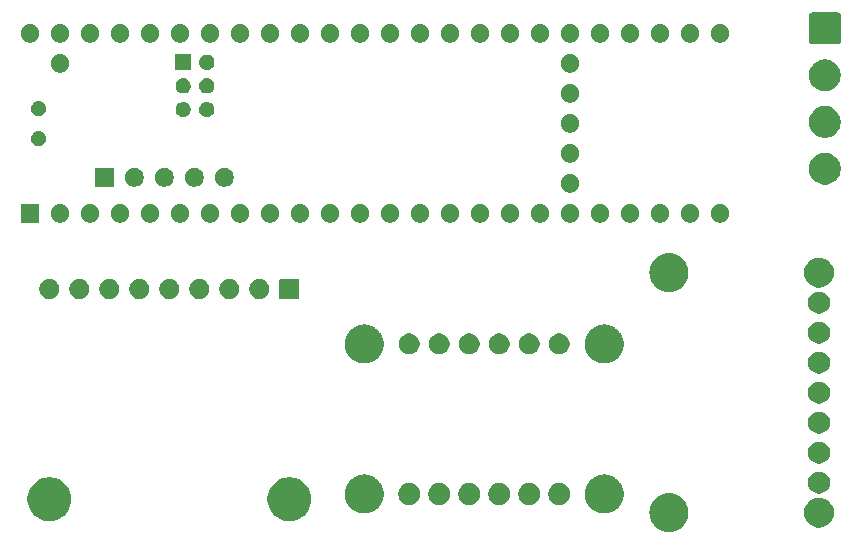
<source format=gbr>
%TF.GenerationSoftware,KiCad,Pcbnew,9.0.7-9.0.7~ubuntu24.04.1*%
%TF.CreationDate,2026-01-13T19:14:42-08:00*%
%TF.ProjectId,PIMU Suite,50494d55-2053-4756-9974-652e6b696361,4*%
%TF.SameCoordinates,Original*%
%TF.FileFunction,Soldermask,Bot*%
%TF.FilePolarity,Negative*%
%FSLAX46Y46*%
G04 Gerber Fmt 4.6, Leading zero omitted, Abs format (unit mm)*
G04 Created by KiCad (PCBNEW 9.0.7-9.0.7~ubuntu24.04.1) date 2026-01-13 19:14:42*
%MOMM*%
%LPD*%
G01*
G04 APERTURE LIST*
G04 APERTURE END LIST*
G36*
X164418789Y-117384289D02*
G01*
X164429520Y-117384289D01*
X164482369Y-117392659D01*
X164622029Y-117411046D01*
X164656104Y-117420176D01*
X164685372Y-117424812D01*
X164741658Y-117443100D01*
X164830591Y-117466930D01*
X164887333Y-117490433D01*
X164931734Y-117504860D01*
X164973329Y-117526054D01*
X165030071Y-117549557D01*
X165109804Y-117595591D01*
X165162541Y-117622462D01*
X165186517Y-117639882D01*
X165217069Y-117657521D01*
X165328834Y-117743281D01*
X165372109Y-117774722D01*
X165379693Y-117782306D01*
X165388358Y-117788955D01*
X165541044Y-117941641D01*
X165547692Y-117950305D01*
X165555278Y-117957891D01*
X165586722Y-118001171D01*
X165672478Y-118112930D01*
X165690115Y-118143479D01*
X165707538Y-118167459D01*
X165734411Y-118220201D01*
X165780442Y-118299928D01*
X165803942Y-118356663D01*
X165825140Y-118398266D01*
X165839568Y-118442673D01*
X165863069Y-118499408D01*
X165886895Y-118588328D01*
X165905188Y-118644628D01*
X165909824Y-118673902D01*
X165918953Y-118707970D01*
X165937338Y-118847618D01*
X165945711Y-118900480D01*
X165945711Y-118911211D01*
X165947137Y-118922043D01*
X165947137Y-119137956D01*
X165945711Y-119148787D01*
X165945711Y-119159520D01*
X165937337Y-119212386D01*
X165918953Y-119352029D01*
X165909824Y-119386095D01*
X165905188Y-119415372D01*
X165886893Y-119471675D01*
X165863069Y-119560591D01*
X165839570Y-119617321D01*
X165825140Y-119661734D01*
X165803940Y-119703340D01*
X165780442Y-119760071D01*
X165734416Y-119839789D01*
X165707538Y-119892541D01*
X165690113Y-119916524D01*
X165672478Y-119947069D01*
X165586736Y-120058810D01*
X165555278Y-120102109D01*
X165547689Y-120109697D01*
X165541044Y-120118358D01*
X165388358Y-120271044D01*
X165379697Y-120277689D01*
X165372109Y-120285278D01*
X165328810Y-120316736D01*
X165217069Y-120402478D01*
X165186524Y-120420113D01*
X165162541Y-120437538D01*
X165109789Y-120464416D01*
X165030071Y-120510442D01*
X164973340Y-120533940D01*
X164931734Y-120555140D01*
X164887321Y-120569570D01*
X164830591Y-120593069D01*
X164741675Y-120616893D01*
X164685372Y-120635188D01*
X164656095Y-120639824D01*
X164622029Y-120648953D01*
X164482382Y-120667338D01*
X164429520Y-120675711D01*
X164418788Y-120675711D01*
X164407957Y-120677137D01*
X164192043Y-120677137D01*
X164181212Y-120675711D01*
X164170480Y-120675711D01*
X164117618Y-120667338D01*
X163977970Y-120648953D01*
X163943902Y-120639824D01*
X163914628Y-120635188D01*
X163858328Y-120616895D01*
X163769408Y-120593069D01*
X163712673Y-120569568D01*
X163668266Y-120555140D01*
X163626663Y-120533942D01*
X163569928Y-120510442D01*
X163490201Y-120464411D01*
X163437459Y-120437538D01*
X163413479Y-120420115D01*
X163382930Y-120402478D01*
X163271171Y-120316722D01*
X163227891Y-120285278D01*
X163220305Y-120277692D01*
X163211641Y-120271044D01*
X163058955Y-120118358D01*
X163052306Y-120109693D01*
X163044722Y-120102109D01*
X163013281Y-120058834D01*
X162927521Y-119947069D01*
X162909882Y-119916517D01*
X162892462Y-119892541D01*
X162865591Y-119839804D01*
X162819557Y-119760071D01*
X162796054Y-119703329D01*
X162774860Y-119661734D01*
X162760433Y-119617333D01*
X162736930Y-119560591D01*
X162713100Y-119471658D01*
X162694812Y-119415372D01*
X162690176Y-119386104D01*
X162681046Y-119352029D01*
X162662660Y-119212373D01*
X162654289Y-119159520D01*
X162654289Y-119148787D01*
X162652863Y-119137956D01*
X162652863Y-118922043D01*
X162654289Y-118911211D01*
X162654289Y-118900480D01*
X162662659Y-118847631D01*
X162681046Y-118707970D01*
X162690176Y-118673893D01*
X162694812Y-118644628D01*
X162713099Y-118588346D01*
X162736930Y-118499408D01*
X162760434Y-118442662D01*
X162774860Y-118398266D01*
X162796051Y-118356674D01*
X162819557Y-118299928D01*
X162865595Y-118220187D01*
X162892462Y-118167459D01*
X162909879Y-118143486D01*
X162927521Y-118112930D01*
X163013294Y-118001146D01*
X163044722Y-117957891D01*
X163052303Y-117950309D01*
X163058955Y-117941641D01*
X163211641Y-117788955D01*
X163220309Y-117782303D01*
X163227891Y-117774722D01*
X163271146Y-117743294D01*
X163382930Y-117657521D01*
X163413486Y-117639879D01*
X163437459Y-117622462D01*
X163490187Y-117595595D01*
X163569928Y-117549557D01*
X163626674Y-117526051D01*
X163668266Y-117504860D01*
X163712662Y-117490434D01*
X163769408Y-117466930D01*
X163858346Y-117443099D01*
X163914628Y-117424812D01*
X163943893Y-117420176D01*
X163977970Y-117411046D01*
X164117631Y-117392659D01*
X164170480Y-117384289D01*
X164181211Y-117384289D01*
X164192043Y-117382863D01*
X164407957Y-117382863D01*
X164418789Y-117384289D01*
G37*
G36*
X177296476Y-117795090D02*
G01*
X177486008Y-117856673D01*
X177663573Y-117947147D01*
X177824799Y-118064284D01*
X177965716Y-118205201D01*
X178082853Y-118366427D01*
X178173327Y-118543992D01*
X178234910Y-118733524D01*
X178266085Y-118930357D01*
X178266085Y-119129643D01*
X178234910Y-119326476D01*
X178173327Y-119516008D01*
X178082853Y-119693573D01*
X177965716Y-119854799D01*
X177824799Y-119995716D01*
X177663573Y-120112853D01*
X177486008Y-120203327D01*
X177296476Y-120264910D01*
X177099643Y-120296085D01*
X176900357Y-120296085D01*
X176703524Y-120264910D01*
X176513992Y-120203327D01*
X176336427Y-120112853D01*
X176175201Y-119995716D01*
X176034284Y-119854799D01*
X175917147Y-119693573D01*
X175826673Y-119516008D01*
X175765090Y-119326476D01*
X175733915Y-119129643D01*
X175733915Y-118930357D01*
X175765090Y-118733524D01*
X175826673Y-118543992D01*
X175917147Y-118366427D01*
X176034284Y-118205201D01*
X176175201Y-118064284D01*
X176336427Y-117947147D01*
X176513992Y-117856673D01*
X176703524Y-117795090D01*
X176900357Y-117763915D01*
X177099643Y-117763915D01*
X177296476Y-117795090D01*
G37*
G36*
X112202868Y-116065739D02*
G01*
X112437877Y-116128710D01*
X112662657Y-116221817D01*
X112873361Y-116343467D01*
X113066383Y-116491578D01*
X113238422Y-116663617D01*
X113386533Y-116856639D01*
X113508183Y-117067343D01*
X113601290Y-117292123D01*
X113664261Y-117527132D01*
X113696018Y-117768350D01*
X113696018Y-118011650D01*
X113664261Y-118252868D01*
X113601290Y-118487877D01*
X113508183Y-118712657D01*
X113386533Y-118923361D01*
X113238422Y-119116383D01*
X113066383Y-119288422D01*
X112873361Y-119436533D01*
X112662657Y-119558183D01*
X112437877Y-119651290D01*
X112202868Y-119714261D01*
X111961650Y-119746018D01*
X111718350Y-119746018D01*
X111477132Y-119714261D01*
X111242123Y-119651290D01*
X111017343Y-119558183D01*
X110806639Y-119436533D01*
X110613617Y-119288422D01*
X110441578Y-119116383D01*
X110293467Y-118923361D01*
X110171817Y-118712657D01*
X110078710Y-118487877D01*
X110015739Y-118252868D01*
X109983982Y-118011650D01*
X109983982Y-117768350D01*
X110015739Y-117527132D01*
X110078710Y-117292123D01*
X110171817Y-117067343D01*
X110293467Y-116856639D01*
X110441578Y-116663617D01*
X110613617Y-116491578D01*
X110806639Y-116343467D01*
X111017343Y-116221817D01*
X111242123Y-116128710D01*
X111477132Y-116065739D01*
X111718350Y-116033982D01*
X111961650Y-116033982D01*
X112202868Y-116065739D01*
G37*
G36*
X132522868Y-116065739D02*
G01*
X132757877Y-116128710D01*
X132982657Y-116221817D01*
X133193361Y-116343467D01*
X133386383Y-116491578D01*
X133558422Y-116663617D01*
X133706533Y-116856639D01*
X133828183Y-117067343D01*
X133921290Y-117292123D01*
X133984261Y-117527132D01*
X134016018Y-117768350D01*
X134016018Y-118011650D01*
X133984261Y-118252868D01*
X133921290Y-118487877D01*
X133828183Y-118712657D01*
X133706533Y-118923361D01*
X133558422Y-119116383D01*
X133386383Y-119288422D01*
X133193361Y-119436533D01*
X132982657Y-119558183D01*
X132757877Y-119651290D01*
X132522868Y-119714261D01*
X132281650Y-119746018D01*
X132038350Y-119746018D01*
X131797132Y-119714261D01*
X131562123Y-119651290D01*
X131337343Y-119558183D01*
X131126639Y-119436533D01*
X130933617Y-119288422D01*
X130761578Y-119116383D01*
X130613467Y-118923361D01*
X130491817Y-118712657D01*
X130398710Y-118487877D01*
X130335739Y-118252868D01*
X130303982Y-118011650D01*
X130303982Y-117768350D01*
X130335739Y-117527132D01*
X130398710Y-117292123D01*
X130491817Y-117067343D01*
X130613467Y-116856639D01*
X130761578Y-116663617D01*
X130933617Y-116491578D01*
X131126639Y-116343467D01*
X131337343Y-116221817D01*
X131562123Y-116128710D01*
X131797132Y-116065739D01*
X132038350Y-116033982D01*
X132281650Y-116033982D01*
X132522868Y-116065739D01*
G37*
G36*
X138618789Y-115804289D02*
G01*
X138629520Y-115804289D01*
X138682369Y-115812659D01*
X138822029Y-115831046D01*
X138856104Y-115840176D01*
X138885372Y-115844812D01*
X138941658Y-115863100D01*
X139030591Y-115886930D01*
X139087333Y-115910433D01*
X139131734Y-115924860D01*
X139173329Y-115946054D01*
X139230071Y-115969557D01*
X139309804Y-116015591D01*
X139362541Y-116042462D01*
X139386517Y-116059882D01*
X139417069Y-116077521D01*
X139528834Y-116163281D01*
X139572109Y-116194722D01*
X139579693Y-116202306D01*
X139588358Y-116208955D01*
X139741044Y-116361641D01*
X139747692Y-116370305D01*
X139755278Y-116377891D01*
X139786722Y-116421171D01*
X139872478Y-116532930D01*
X139890115Y-116563479D01*
X139907538Y-116587459D01*
X139934411Y-116640201D01*
X139980442Y-116719928D01*
X140003942Y-116776663D01*
X140025140Y-116818266D01*
X140039568Y-116862673D01*
X140063069Y-116919408D01*
X140086895Y-117008328D01*
X140105188Y-117064628D01*
X140109824Y-117093902D01*
X140118953Y-117127970D01*
X140137338Y-117267618D01*
X140145711Y-117320480D01*
X140145711Y-117331211D01*
X140147137Y-117342043D01*
X140147137Y-117557956D01*
X140145711Y-117568787D01*
X140145711Y-117579520D01*
X140137337Y-117632386D01*
X140118953Y-117772029D01*
X140109824Y-117806095D01*
X140105188Y-117835372D01*
X140086893Y-117891675D01*
X140063069Y-117980591D01*
X140039570Y-118037321D01*
X140025140Y-118081734D01*
X140003940Y-118123340D01*
X139980442Y-118180071D01*
X139934416Y-118259789D01*
X139907538Y-118312541D01*
X139890113Y-118336524D01*
X139872478Y-118367069D01*
X139786736Y-118478810D01*
X139755278Y-118522109D01*
X139747689Y-118529697D01*
X139741044Y-118538358D01*
X139588358Y-118691044D01*
X139579697Y-118697689D01*
X139572109Y-118705278D01*
X139528810Y-118736736D01*
X139417069Y-118822478D01*
X139386524Y-118840113D01*
X139362541Y-118857538D01*
X139309789Y-118884416D01*
X139230071Y-118930442D01*
X139173340Y-118953940D01*
X139131734Y-118975140D01*
X139087321Y-118989570D01*
X139030591Y-119013069D01*
X138941675Y-119036893D01*
X138885372Y-119055188D01*
X138856095Y-119059824D01*
X138822029Y-119068953D01*
X138682382Y-119087338D01*
X138629520Y-119095711D01*
X138618788Y-119095711D01*
X138607957Y-119097137D01*
X138392043Y-119097137D01*
X138381212Y-119095711D01*
X138370480Y-119095711D01*
X138317618Y-119087338D01*
X138177970Y-119068953D01*
X138143902Y-119059824D01*
X138114628Y-119055188D01*
X138058328Y-119036895D01*
X137969408Y-119013069D01*
X137912673Y-118989568D01*
X137868266Y-118975140D01*
X137826663Y-118953942D01*
X137769928Y-118930442D01*
X137690201Y-118884411D01*
X137637459Y-118857538D01*
X137613479Y-118840115D01*
X137582930Y-118822478D01*
X137471171Y-118736722D01*
X137427891Y-118705278D01*
X137420305Y-118697692D01*
X137411641Y-118691044D01*
X137258955Y-118538358D01*
X137252306Y-118529693D01*
X137244722Y-118522109D01*
X137213281Y-118478834D01*
X137127521Y-118367069D01*
X137109882Y-118336517D01*
X137092462Y-118312541D01*
X137065591Y-118259804D01*
X137019557Y-118180071D01*
X136996054Y-118123329D01*
X136974860Y-118081734D01*
X136960433Y-118037333D01*
X136936930Y-117980591D01*
X136913100Y-117891658D01*
X136894812Y-117835372D01*
X136890176Y-117806104D01*
X136881046Y-117772029D01*
X136862660Y-117632373D01*
X136854289Y-117579520D01*
X136854289Y-117568787D01*
X136852863Y-117557956D01*
X136852863Y-117342043D01*
X136854289Y-117331211D01*
X136854289Y-117320480D01*
X136862659Y-117267631D01*
X136881046Y-117127970D01*
X136890176Y-117093893D01*
X136894812Y-117064628D01*
X136913099Y-117008346D01*
X136936930Y-116919408D01*
X136960434Y-116862662D01*
X136974860Y-116818266D01*
X136996051Y-116776674D01*
X137019557Y-116719928D01*
X137065595Y-116640187D01*
X137092462Y-116587459D01*
X137109879Y-116563486D01*
X137127521Y-116532930D01*
X137213294Y-116421146D01*
X137244722Y-116377891D01*
X137252303Y-116370309D01*
X137258955Y-116361641D01*
X137411641Y-116208955D01*
X137420309Y-116202303D01*
X137427891Y-116194722D01*
X137471146Y-116163294D01*
X137582930Y-116077521D01*
X137613486Y-116059879D01*
X137637459Y-116042462D01*
X137690187Y-116015595D01*
X137769928Y-115969557D01*
X137826674Y-115946051D01*
X137868266Y-115924860D01*
X137912662Y-115910434D01*
X137969408Y-115886930D01*
X138058346Y-115863099D01*
X138114628Y-115844812D01*
X138143893Y-115840176D01*
X138177970Y-115831046D01*
X138317631Y-115812659D01*
X138370480Y-115804289D01*
X138381211Y-115804289D01*
X138392043Y-115802863D01*
X138607957Y-115802863D01*
X138618789Y-115804289D01*
G37*
G36*
X158938789Y-115804289D02*
G01*
X158949520Y-115804289D01*
X159002369Y-115812659D01*
X159142029Y-115831046D01*
X159176104Y-115840176D01*
X159205372Y-115844812D01*
X159261658Y-115863100D01*
X159350591Y-115886930D01*
X159407333Y-115910433D01*
X159451734Y-115924860D01*
X159493329Y-115946054D01*
X159550071Y-115969557D01*
X159629804Y-116015591D01*
X159682541Y-116042462D01*
X159706517Y-116059882D01*
X159737069Y-116077521D01*
X159848834Y-116163281D01*
X159892109Y-116194722D01*
X159899693Y-116202306D01*
X159908358Y-116208955D01*
X160061044Y-116361641D01*
X160067692Y-116370305D01*
X160075278Y-116377891D01*
X160106722Y-116421171D01*
X160192478Y-116532930D01*
X160210115Y-116563479D01*
X160227538Y-116587459D01*
X160254411Y-116640201D01*
X160300442Y-116719928D01*
X160323942Y-116776663D01*
X160345140Y-116818266D01*
X160359568Y-116862673D01*
X160383069Y-116919408D01*
X160406895Y-117008328D01*
X160425188Y-117064628D01*
X160429824Y-117093902D01*
X160438953Y-117127970D01*
X160457338Y-117267618D01*
X160465711Y-117320480D01*
X160465711Y-117331211D01*
X160467137Y-117342043D01*
X160467137Y-117557956D01*
X160465711Y-117568787D01*
X160465711Y-117579520D01*
X160457337Y-117632386D01*
X160438953Y-117772029D01*
X160429824Y-117806095D01*
X160425188Y-117835372D01*
X160406893Y-117891675D01*
X160383069Y-117980591D01*
X160359570Y-118037321D01*
X160345140Y-118081734D01*
X160323940Y-118123340D01*
X160300442Y-118180071D01*
X160254416Y-118259789D01*
X160227538Y-118312541D01*
X160210113Y-118336524D01*
X160192478Y-118367069D01*
X160106736Y-118478810D01*
X160075278Y-118522109D01*
X160067689Y-118529697D01*
X160061044Y-118538358D01*
X159908358Y-118691044D01*
X159899697Y-118697689D01*
X159892109Y-118705278D01*
X159848810Y-118736736D01*
X159737069Y-118822478D01*
X159706524Y-118840113D01*
X159682541Y-118857538D01*
X159629789Y-118884416D01*
X159550071Y-118930442D01*
X159493340Y-118953940D01*
X159451734Y-118975140D01*
X159407321Y-118989570D01*
X159350591Y-119013069D01*
X159261675Y-119036893D01*
X159205372Y-119055188D01*
X159176095Y-119059824D01*
X159142029Y-119068953D01*
X159002382Y-119087338D01*
X158949520Y-119095711D01*
X158938788Y-119095711D01*
X158927957Y-119097137D01*
X158712043Y-119097137D01*
X158701212Y-119095711D01*
X158690480Y-119095711D01*
X158637618Y-119087338D01*
X158497970Y-119068953D01*
X158463902Y-119059824D01*
X158434628Y-119055188D01*
X158378328Y-119036895D01*
X158289408Y-119013069D01*
X158232673Y-118989568D01*
X158188266Y-118975140D01*
X158146663Y-118953942D01*
X158089928Y-118930442D01*
X158010201Y-118884411D01*
X157957459Y-118857538D01*
X157933479Y-118840115D01*
X157902930Y-118822478D01*
X157791171Y-118736722D01*
X157747891Y-118705278D01*
X157740305Y-118697692D01*
X157731641Y-118691044D01*
X157578955Y-118538358D01*
X157572306Y-118529693D01*
X157564722Y-118522109D01*
X157533281Y-118478834D01*
X157447521Y-118367069D01*
X157429882Y-118336517D01*
X157412462Y-118312541D01*
X157385591Y-118259804D01*
X157339557Y-118180071D01*
X157316054Y-118123329D01*
X157294860Y-118081734D01*
X157280433Y-118037333D01*
X157256930Y-117980591D01*
X157233100Y-117891658D01*
X157214812Y-117835372D01*
X157210176Y-117806104D01*
X157201046Y-117772029D01*
X157182660Y-117632373D01*
X157174289Y-117579520D01*
X157174289Y-117568787D01*
X157172863Y-117557956D01*
X157172863Y-117342043D01*
X157174289Y-117331211D01*
X157174289Y-117320480D01*
X157182659Y-117267631D01*
X157201046Y-117127970D01*
X157210176Y-117093893D01*
X157214812Y-117064628D01*
X157233099Y-117008346D01*
X157256930Y-116919408D01*
X157280434Y-116862662D01*
X157294860Y-116818266D01*
X157316051Y-116776674D01*
X157339557Y-116719928D01*
X157385595Y-116640187D01*
X157412462Y-116587459D01*
X157429879Y-116563486D01*
X157447521Y-116532930D01*
X157533294Y-116421146D01*
X157564722Y-116377891D01*
X157572303Y-116370309D01*
X157578955Y-116361641D01*
X157731641Y-116208955D01*
X157740309Y-116202303D01*
X157747891Y-116194722D01*
X157791146Y-116163294D01*
X157902930Y-116077521D01*
X157933486Y-116059879D01*
X157957459Y-116042462D01*
X158010187Y-116015595D01*
X158089928Y-115969557D01*
X158146674Y-115946051D01*
X158188266Y-115924860D01*
X158232662Y-115910434D01*
X158289408Y-115886930D01*
X158378346Y-115863099D01*
X158434628Y-115844812D01*
X158463893Y-115840176D01*
X158497970Y-115831046D01*
X158637631Y-115812659D01*
X158690480Y-115804289D01*
X158701211Y-115804289D01*
X158712043Y-115802863D01*
X158927957Y-115802863D01*
X158938789Y-115804289D01*
G37*
G36*
X142582810Y-116550667D02*
G01*
X142753019Y-116621170D01*
X142906203Y-116723525D01*
X143036475Y-116853797D01*
X143138830Y-117006981D01*
X143209333Y-117177190D01*
X143245275Y-117357883D01*
X143245275Y-117542117D01*
X143209333Y-117722810D01*
X143138830Y-117893019D01*
X143036475Y-118046203D01*
X142906203Y-118176475D01*
X142753019Y-118278830D01*
X142582810Y-118349333D01*
X142402117Y-118385275D01*
X142217883Y-118385275D01*
X142037190Y-118349333D01*
X141866981Y-118278830D01*
X141713797Y-118176475D01*
X141583525Y-118046203D01*
X141481170Y-117893019D01*
X141410667Y-117722810D01*
X141374725Y-117542117D01*
X141374725Y-117357883D01*
X141410667Y-117177190D01*
X141481170Y-117006981D01*
X141583525Y-116853797D01*
X141713797Y-116723525D01*
X141866981Y-116621170D01*
X142037190Y-116550667D01*
X142217883Y-116514725D01*
X142402117Y-116514725D01*
X142582810Y-116550667D01*
G37*
G36*
X145122810Y-116550667D02*
G01*
X145293019Y-116621170D01*
X145446203Y-116723525D01*
X145576475Y-116853797D01*
X145678830Y-117006981D01*
X145749333Y-117177190D01*
X145785275Y-117357883D01*
X145785275Y-117542117D01*
X145749333Y-117722810D01*
X145678830Y-117893019D01*
X145576475Y-118046203D01*
X145446203Y-118176475D01*
X145293019Y-118278830D01*
X145122810Y-118349333D01*
X144942117Y-118385275D01*
X144757883Y-118385275D01*
X144577190Y-118349333D01*
X144406981Y-118278830D01*
X144253797Y-118176475D01*
X144123525Y-118046203D01*
X144021170Y-117893019D01*
X143950667Y-117722810D01*
X143914725Y-117542117D01*
X143914725Y-117357883D01*
X143950667Y-117177190D01*
X144021170Y-117006981D01*
X144123525Y-116853797D01*
X144253797Y-116723525D01*
X144406981Y-116621170D01*
X144577190Y-116550667D01*
X144757883Y-116514725D01*
X144942117Y-116514725D01*
X145122810Y-116550667D01*
G37*
G36*
X147662810Y-116550667D02*
G01*
X147833019Y-116621170D01*
X147986203Y-116723525D01*
X148116475Y-116853797D01*
X148218830Y-117006981D01*
X148289333Y-117177190D01*
X148325275Y-117357883D01*
X148325275Y-117542117D01*
X148289333Y-117722810D01*
X148218830Y-117893019D01*
X148116475Y-118046203D01*
X147986203Y-118176475D01*
X147833019Y-118278830D01*
X147662810Y-118349333D01*
X147482117Y-118385275D01*
X147297883Y-118385275D01*
X147117190Y-118349333D01*
X146946981Y-118278830D01*
X146793797Y-118176475D01*
X146663525Y-118046203D01*
X146561170Y-117893019D01*
X146490667Y-117722810D01*
X146454725Y-117542117D01*
X146454725Y-117357883D01*
X146490667Y-117177190D01*
X146561170Y-117006981D01*
X146663525Y-116853797D01*
X146793797Y-116723525D01*
X146946981Y-116621170D01*
X147117190Y-116550667D01*
X147297883Y-116514725D01*
X147482117Y-116514725D01*
X147662810Y-116550667D01*
G37*
G36*
X150202810Y-116550667D02*
G01*
X150373019Y-116621170D01*
X150526203Y-116723525D01*
X150656475Y-116853797D01*
X150758830Y-117006981D01*
X150829333Y-117177190D01*
X150865275Y-117357883D01*
X150865275Y-117542117D01*
X150829333Y-117722810D01*
X150758830Y-117893019D01*
X150656475Y-118046203D01*
X150526203Y-118176475D01*
X150373019Y-118278830D01*
X150202810Y-118349333D01*
X150022117Y-118385275D01*
X149837883Y-118385275D01*
X149657190Y-118349333D01*
X149486981Y-118278830D01*
X149333797Y-118176475D01*
X149203525Y-118046203D01*
X149101170Y-117893019D01*
X149030667Y-117722810D01*
X148994725Y-117542117D01*
X148994725Y-117357883D01*
X149030667Y-117177190D01*
X149101170Y-117006981D01*
X149203525Y-116853797D01*
X149333797Y-116723525D01*
X149486981Y-116621170D01*
X149657190Y-116550667D01*
X149837883Y-116514725D01*
X150022117Y-116514725D01*
X150202810Y-116550667D01*
G37*
G36*
X152742810Y-116550667D02*
G01*
X152913019Y-116621170D01*
X153066203Y-116723525D01*
X153196475Y-116853797D01*
X153298830Y-117006981D01*
X153369333Y-117177190D01*
X153405275Y-117357883D01*
X153405275Y-117542117D01*
X153369333Y-117722810D01*
X153298830Y-117893019D01*
X153196475Y-118046203D01*
X153066203Y-118176475D01*
X152913019Y-118278830D01*
X152742810Y-118349333D01*
X152562117Y-118385275D01*
X152377883Y-118385275D01*
X152197190Y-118349333D01*
X152026981Y-118278830D01*
X151873797Y-118176475D01*
X151743525Y-118046203D01*
X151641170Y-117893019D01*
X151570667Y-117722810D01*
X151534725Y-117542117D01*
X151534725Y-117357883D01*
X151570667Y-117177190D01*
X151641170Y-117006981D01*
X151743525Y-116853797D01*
X151873797Y-116723525D01*
X152026981Y-116621170D01*
X152197190Y-116550667D01*
X152377883Y-116514725D01*
X152562117Y-116514725D01*
X152742810Y-116550667D01*
G37*
G36*
X155282810Y-116550667D02*
G01*
X155453019Y-116621170D01*
X155606203Y-116723525D01*
X155736475Y-116853797D01*
X155838830Y-117006981D01*
X155909333Y-117177190D01*
X155945275Y-117357883D01*
X155945275Y-117542117D01*
X155909333Y-117722810D01*
X155838830Y-117893019D01*
X155736475Y-118046203D01*
X155606203Y-118176475D01*
X155453019Y-118278830D01*
X155282810Y-118349333D01*
X155102117Y-118385275D01*
X154917883Y-118385275D01*
X154737190Y-118349333D01*
X154566981Y-118278830D01*
X154413797Y-118176475D01*
X154283525Y-118046203D01*
X154181170Y-117893019D01*
X154110667Y-117722810D01*
X154074725Y-117542117D01*
X154074725Y-117357883D01*
X154110667Y-117177190D01*
X154181170Y-117006981D01*
X154283525Y-116853797D01*
X154413797Y-116723525D01*
X154566981Y-116621170D01*
X154737190Y-116550667D01*
X154917883Y-116514725D01*
X155102117Y-116514725D01*
X155282810Y-116550667D01*
G37*
G36*
X177272810Y-115590667D02*
G01*
X177443019Y-115661170D01*
X177596203Y-115763525D01*
X177726475Y-115893797D01*
X177828830Y-116046981D01*
X177899333Y-116217190D01*
X177935275Y-116397883D01*
X177935275Y-116582117D01*
X177899333Y-116762810D01*
X177828830Y-116933019D01*
X177726475Y-117086203D01*
X177596203Y-117216475D01*
X177443019Y-117318830D01*
X177272810Y-117389333D01*
X177092117Y-117425275D01*
X176907883Y-117425275D01*
X176727190Y-117389333D01*
X176556981Y-117318830D01*
X176403797Y-117216475D01*
X176273525Y-117086203D01*
X176171170Y-116933019D01*
X176100667Y-116762810D01*
X176064725Y-116582117D01*
X176064725Y-116397883D01*
X176100667Y-116217190D01*
X176171170Y-116046981D01*
X176273525Y-115893797D01*
X176403797Y-115763525D01*
X176556981Y-115661170D01*
X176727190Y-115590667D01*
X176907883Y-115554725D01*
X177092117Y-115554725D01*
X177272810Y-115590667D01*
G37*
G36*
X177272810Y-113050667D02*
G01*
X177443019Y-113121170D01*
X177596203Y-113223525D01*
X177726475Y-113353797D01*
X177828830Y-113506981D01*
X177899333Y-113677190D01*
X177935275Y-113857883D01*
X177935275Y-114042117D01*
X177899333Y-114222810D01*
X177828830Y-114393019D01*
X177726475Y-114546203D01*
X177596203Y-114676475D01*
X177443019Y-114778830D01*
X177272810Y-114849333D01*
X177092117Y-114885275D01*
X176907883Y-114885275D01*
X176727190Y-114849333D01*
X176556981Y-114778830D01*
X176403797Y-114676475D01*
X176273525Y-114546203D01*
X176171170Y-114393019D01*
X176100667Y-114222810D01*
X176064725Y-114042117D01*
X176064725Y-113857883D01*
X176100667Y-113677190D01*
X176171170Y-113506981D01*
X176273525Y-113353797D01*
X176403797Y-113223525D01*
X176556981Y-113121170D01*
X176727190Y-113050667D01*
X176907883Y-113014725D01*
X177092117Y-113014725D01*
X177272810Y-113050667D01*
G37*
G36*
X177272810Y-110510667D02*
G01*
X177443019Y-110581170D01*
X177596203Y-110683525D01*
X177726475Y-110813797D01*
X177828830Y-110966981D01*
X177899333Y-111137190D01*
X177935275Y-111317883D01*
X177935275Y-111502117D01*
X177899333Y-111682810D01*
X177828830Y-111853019D01*
X177726475Y-112006203D01*
X177596203Y-112136475D01*
X177443019Y-112238830D01*
X177272810Y-112309333D01*
X177092117Y-112345275D01*
X176907883Y-112345275D01*
X176727190Y-112309333D01*
X176556981Y-112238830D01*
X176403797Y-112136475D01*
X176273525Y-112006203D01*
X176171170Y-111853019D01*
X176100667Y-111682810D01*
X176064725Y-111502117D01*
X176064725Y-111317883D01*
X176100667Y-111137190D01*
X176171170Y-110966981D01*
X176273525Y-110813797D01*
X176403797Y-110683525D01*
X176556981Y-110581170D01*
X176727190Y-110510667D01*
X176907883Y-110474725D01*
X177092117Y-110474725D01*
X177272810Y-110510667D01*
G37*
G36*
X177272810Y-107970667D02*
G01*
X177443019Y-108041170D01*
X177596203Y-108143525D01*
X177726475Y-108273797D01*
X177828830Y-108426981D01*
X177899333Y-108597190D01*
X177935275Y-108777883D01*
X177935275Y-108962117D01*
X177899333Y-109142810D01*
X177828830Y-109313019D01*
X177726475Y-109466203D01*
X177596203Y-109596475D01*
X177443019Y-109698830D01*
X177272810Y-109769333D01*
X177092117Y-109805275D01*
X176907883Y-109805275D01*
X176727190Y-109769333D01*
X176556981Y-109698830D01*
X176403797Y-109596475D01*
X176273525Y-109466203D01*
X176171170Y-109313019D01*
X176100667Y-109142810D01*
X176064725Y-108962117D01*
X176064725Y-108777883D01*
X176100667Y-108597190D01*
X176171170Y-108426981D01*
X176273525Y-108273797D01*
X176403797Y-108143525D01*
X176556981Y-108041170D01*
X176727190Y-107970667D01*
X176907883Y-107934725D01*
X177092117Y-107934725D01*
X177272810Y-107970667D01*
G37*
G36*
X177272810Y-105430667D02*
G01*
X177443019Y-105501170D01*
X177596203Y-105603525D01*
X177726475Y-105733797D01*
X177828830Y-105886981D01*
X177899333Y-106057190D01*
X177935275Y-106237883D01*
X177935275Y-106422117D01*
X177899333Y-106602810D01*
X177828830Y-106773019D01*
X177726475Y-106926203D01*
X177596203Y-107056475D01*
X177443019Y-107158830D01*
X177272810Y-107229333D01*
X177092117Y-107265275D01*
X176907883Y-107265275D01*
X176727190Y-107229333D01*
X176556981Y-107158830D01*
X176403797Y-107056475D01*
X176273525Y-106926203D01*
X176171170Y-106773019D01*
X176100667Y-106602810D01*
X176064725Y-106422117D01*
X176064725Y-106237883D01*
X176100667Y-106057190D01*
X176171170Y-105886981D01*
X176273525Y-105733797D01*
X176403797Y-105603525D01*
X176556981Y-105501170D01*
X176727190Y-105430667D01*
X176907883Y-105394725D01*
X177092117Y-105394725D01*
X177272810Y-105430667D01*
G37*
G36*
X138618789Y-103104289D02*
G01*
X138629520Y-103104289D01*
X138682369Y-103112659D01*
X138822029Y-103131046D01*
X138856104Y-103140176D01*
X138885372Y-103144812D01*
X138941658Y-103163100D01*
X139030591Y-103186930D01*
X139087333Y-103210433D01*
X139131734Y-103224860D01*
X139173329Y-103246054D01*
X139230071Y-103269557D01*
X139309804Y-103315591D01*
X139362541Y-103342462D01*
X139386517Y-103359882D01*
X139417069Y-103377521D01*
X139528834Y-103463281D01*
X139572109Y-103494722D01*
X139579693Y-103502306D01*
X139588358Y-103508955D01*
X139741044Y-103661641D01*
X139747692Y-103670305D01*
X139755278Y-103677891D01*
X139786722Y-103721171D01*
X139872478Y-103832930D01*
X139890115Y-103863479D01*
X139907538Y-103887459D01*
X139934411Y-103940201D01*
X139980442Y-104019928D01*
X140003942Y-104076663D01*
X140025140Y-104118266D01*
X140039568Y-104162673D01*
X140063069Y-104219408D01*
X140086895Y-104308328D01*
X140105188Y-104364628D01*
X140109824Y-104393902D01*
X140118953Y-104427970D01*
X140137338Y-104567618D01*
X140145711Y-104620480D01*
X140145711Y-104631211D01*
X140147137Y-104642043D01*
X140147137Y-104857956D01*
X140145711Y-104868787D01*
X140145711Y-104879520D01*
X140137337Y-104932386D01*
X140118953Y-105072029D01*
X140109824Y-105106095D01*
X140105188Y-105135372D01*
X140086893Y-105191675D01*
X140063069Y-105280591D01*
X140039570Y-105337321D01*
X140025140Y-105381734D01*
X140003940Y-105423340D01*
X139980442Y-105480071D01*
X139934416Y-105559789D01*
X139907538Y-105612541D01*
X139890113Y-105636524D01*
X139872478Y-105667069D01*
X139786736Y-105778810D01*
X139755278Y-105822109D01*
X139747689Y-105829697D01*
X139741044Y-105838358D01*
X139588358Y-105991044D01*
X139579697Y-105997689D01*
X139572109Y-106005278D01*
X139528810Y-106036736D01*
X139417069Y-106122478D01*
X139386524Y-106140113D01*
X139362541Y-106157538D01*
X139309789Y-106184416D01*
X139230071Y-106230442D01*
X139173340Y-106253940D01*
X139131734Y-106275140D01*
X139087321Y-106289570D01*
X139030591Y-106313069D01*
X138941675Y-106336893D01*
X138885372Y-106355188D01*
X138856095Y-106359824D01*
X138822029Y-106368953D01*
X138682382Y-106387338D01*
X138629520Y-106395711D01*
X138618788Y-106395711D01*
X138607957Y-106397137D01*
X138392043Y-106397137D01*
X138381212Y-106395711D01*
X138370480Y-106395711D01*
X138317618Y-106387338D01*
X138177970Y-106368953D01*
X138143902Y-106359824D01*
X138114628Y-106355188D01*
X138058328Y-106336895D01*
X137969408Y-106313069D01*
X137912673Y-106289568D01*
X137868266Y-106275140D01*
X137826663Y-106253942D01*
X137769928Y-106230442D01*
X137690201Y-106184411D01*
X137637459Y-106157538D01*
X137613479Y-106140115D01*
X137582930Y-106122478D01*
X137471171Y-106036722D01*
X137427891Y-106005278D01*
X137420305Y-105997692D01*
X137411641Y-105991044D01*
X137258955Y-105838358D01*
X137252306Y-105829693D01*
X137244722Y-105822109D01*
X137213281Y-105778834D01*
X137127521Y-105667069D01*
X137109882Y-105636517D01*
X137092462Y-105612541D01*
X137065591Y-105559804D01*
X137019557Y-105480071D01*
X136996054Y-105423329D01*
X136974860Y-105381734D01*
X136960433Y-105337333D01*
X136936930Y-105280591D01*
X136913100Y-105191658D01*
X136894812Y-105135372D01*
X136890176Y-105106104D01*
X136881046Y-105072029D01*
X136862660Y-104932373D01*
X136854289Y-104879520D01*
X136854289Y-104868787D01*
X136852863Y-104857956D01*
X136852863Y-104642043D01*
X136854289Y-104631211D01*
X136854289Y-104620480D01*
X136862659Y-104567631D01*
X136881046Y-104427970D01*
X136890176Y-104393893D01*
X136894812Y-104364628D01*
X136913099Y-104308346D01*
X136936930Y-104219408D01*
X136960434Y-104162662D01*
X136974860Y-104118266D01*
X136996051Y-104076674D01*
X137019557Y-104019928D01*
X137065595Y-103940187D01*
X137092462Y-103887459D01*
X137109879Y-103863486D01*
X137127521Y-103832930D01*
X137213294Y-103721146D01*
X137244722Y-103677891D01*
X137252303Y-103670309D01*
X137258955Y-103661641D01*
X137411641Y-103508955D01*
X137420309Y-103502303D01*
X137427891Y-103494722D01*
X137471146Y-103463294D01*
X137582930Y-103377521D01*
X137613486Y-103359879D01*
X137637459Y-103342462D01*
X137690187Y-103315595D01*
X137769928Y-103269557D01*
X137826674Y-103246051D01*
X137868266Y-103224860D01*
X137912662Y-103210434D01*
X137969408Y-103186930D01*
X138058346Y-103163099D01*
X138114628Y-103144812D01*
X138143893Y-103140176D01*
X138177970Y-103131046D01*
X138317631Y-103112659D01*
X138370480Y-103104289D01*
X138381211Y-103104289D01*
X138392043Y-103102863D01*
X138607957Y-103102863D01*
X138618789Y-103104289D01*
G37*
G36*
X158938789Y-103104289D02*
G01*
X158949520Y-103104289D01*
X159002369Y-103112659D01*
X159142029Y-103131046D01*
X159176104Y-103140176D01*
X159205372Y-103144812D01*
X159261658Y-103163100D01*
X159350591Y-103186930D01*
X159407333Y-103210433D01*
X159451734Y-103224860D01*
X159493329Y-103246054D01*
X159550071Y-103269557D01*
X159629804Y-103315591D01*
X159682541Y-103342462D01*
X159706517Y-103359882D01*
X159737069Y-103377521D01*
X159848834Y-103463281D01*
X159892109Y-103494722D01*
X159899693Y-103502306D01*
X159908358Y-103508955D01*
X160061044Y-103661641D01*
X160067692Y-103670305D01*
X160075278Y-103677891D01*
X160106722Y-103721171D01*
X160192478Y-103832930D01*
X160210115Y-103863479D01*
X160227538Y-103887459D01*
X160254411Y-103940201D01*
X160300442Y-104019928D01*
X160323942Y-104076663D01*
X160345140Y-104118266D01*
X160359568Y-104162673D01*
X160383069Y-104219408D01*
X160406895Y-104308328D01*
X160425188Y-104364628D01*
X160429824Y-104393902D01*
X160438953Y-104427970D01*
X160457338Y-104567618D01*
X160465711Y-104620480D01*
X160465711Y-104631211D01*
X160467137Y-104642043D01*
X160467137Y-104857956D01*
X160465711Y-104868787D01*
X160465711Y-104879520D01*
X160457337Y-104932386D01*
X160438953Y-105072029D01*
X160429824Y-105106095D01*
X160425188Y-105135372D01*
X160406893Y-105191675D01*
X160383069Y-105280591D01*
X160359570Y-105337321D01*
X160345140Y-105381734D01*
X160323940Y-105423340D01*
X160300442Y-105480071D01*
X160254416Y-105559789D01*
X160227538Y-105612541D01*
X160210113Y-105636524D01*
X160192478Y-105667069D01*
X160106736Y-105778810D01*
X160075278Y-105822109D01*
X160067689Y-105829697D01*
X160061044Y-105838358D01*
X159908358Y-105991044D01*
X159899697Y-105997689D01*
X159892109Y-106005278D01*
X159848810Y-106036736D01*
X159737069Y-106122478D01*
X159706524Y-106140113D01*
X159682541Y-106157538D01*
X159629789Y-106184416D01*
X159550071Y-106230442D01*
X159493340Y-106253940D01*
X159451734Y-106275140D01*
X159407321Y-106289570D01*
X159350591Y-106313069D01*
X159261675Y-106336893D01*
X159205372Y-106355188D01*
X159176095Y-106359824D01*
X159142029Y-106368953D01*
X159002382Y-106387338D01*
X158949520Y-106395711D01*
X158938788Y-106395711D01*
X158927957Y-106397137D01*
X158712043Y-106397137D01*
X158701212Y-106395711D01*
X158690480Y-106395711D01*
X158637618Y-106387338D01*
X158497970Y-106368953D01*
X158463902Y-106359824D01*
X158434628Y-106355188D01*
X158378328Y-106336895D01*
X158289408Y-106313069D01*
X158232673Y-106289568D01*
X158188266Y-106275140D01*
X158146663Y-106253942D01*
X158089928Y-106230442D01*
X158010201Y-106184411D01*
X157957459Y-106157538D01*
X157933479Y-106140115D01*
X157902930Y-106122478D01*
X157791171Y-106036722D01*
X157747891Y-106005278D01*
X157740305Y-105997692D01*
X157731641Y-105991044D01*
X157578955Y-105838358D01*
X157572306Y-105829693D01*
X157564722Y-105822109D01*
X157533281Y-105778834D01*
X157447521Y-105667069D01*
X157429882Y-105636517D01*
X157412462Y-105612541D01*
X157385591Y-105559804D01*
X157339557Y-105480071D01*
X157316054Y-105423329D01*
X157294860Y-105381734D01*
X157280433Y-105337333D01*
X157256930Y-105280591D01*
X157233100Y-105191658D01*
X157214812Y-105135372D01*
X157210176Y-105106104D01*
X157201046Y-105072029D01*
X157182660Y-104932373D01*
X157174289Y-104879520D01*
X157174289Y-104868787D01*
X157172863Y-104857956D01*
X157172863Y-104642043D01*
X157174289Y-104631211D01*
X157174289Y-104620480D01*
X157182659Y-104567631D01*
X157201046Y-104427970D01*
X157210176Y-104393893D01*
X157214812Y-104364628D01*
X157233099Y-104308346D01*
X157256930Y-104219408D01*
X157280434Y-104162662D01*
X157294860Y-104118266D01*
X157316051Y-104076674D01*
X157339557Y-104019928D01*
X157385595Y-103940187D01*
X157412462Y-103887459D01*
X157429879Y-103863486D01*
X157447521Y-103832930D01*
X157533294Y-103721146D01*
X157564722Y-103677891D01*
X157572303Y-103670309D01*
X157578955Y-103661641D01*
X157731641Y-103508955D01*
X157740309Y-103502303D01*
X157747891Y-103494722D01*
X157791146Y-103463294D01*
X157902930Y-103377521D01*
X157933486Y-103359879D01*
X157957459Y-103342462D01*
X158010187Y-103315595D01*
X158089928Y-103269557D01*
X158146674Y-103246051D01*
X158188266Y-103224860D01*
X158232662Y-103210434D01*
X158289408Y-103186930D01*
X158378346Y-103163099D01*
X158434628Y-103144812D01*
X158463893Y-103140176D01*
X158497970Y-103131046D01*
X158637631Y-103112659D01*
X158690480Y-103104289D01*
X158701211Y-103104289D01*
X158712043Y-103102863D01*
X158927957Y-103102863D01*
X158938789Y-103104289D01*
G37*
G36*
X142568063Y-103899280D02*
G01*
X142729072Y-103965972D01*
X142873976Y-104062794D01*
X142997206Y-104186024D01*
X143094028Y-104330928D01*
X143160720Y-104491937D01*
X143194719Y-104662863D01*
X143194719Y-104837137D01*
X143160720Y-105008063D01*
X143094028Y-105169072D01*
X142997206Y-105313976D01*
X142873976Y-105437206D01*
X142729072Y-105534028D01*
X142568063Y-105600720D01*
X142397137Y-105634719D01*
X142222863Y-105634719D01*
X142051937Y-105600720D01*
X141890928Y-105534028D01*
X141746024Y-105437206D01*
X141622794Y-105313976D01*
X141525972Y-105169072D01*
X141459280Y-105008063D01*
X141425281Y-104837137D01*
X141425281Y-104662863D01*
X141459280Y-104491937D01*
X141525972Y-104330928D01*
X141622794Y-104186024D01*
X141746024Y-104062794D01*
X141890928Y-103965972D01*
X142051937Y-103899280D01*
X142222863Y-103865281D01*
X142397137Y-103865281D01*
X142568063Y-103899280D01*
G37*
G36*
X145108063Y-103899280D02*
G01*
X145269072Y-103965972D01*
X145413976Y-104062794D01*
X145537206Y-104186024D01*
X145634028Y-104330928D01*
X145700720Y-104491937D01*
X145734719Y-104662863D01*
X145734719Y-104837137D01*
X145700720Y-105008063D01*
X145634028Y-105169072D01*
X145537206Y-105313976D01*
X145413976Y-105437206D01*
X145269072Y-105534028D01*
X145108063Y-105600720D01*
X144937137Y-105634719D01*
X144762863Y-105634719D01*
X144591937Y-105600720D01*
X144430928Y-105534028D01*
X144286024Y-105437206D01*
X144162794Y-105313976D01*
X144065972Y-105169072D01*
X143999280Y-105008063D01*
X143965281Y-104837137D01*
X143965281Y-104662863D01*
X143999280Y-104491937D01*
X144065972Y-104330928D01*
X144162794Y-104186024D01*
X144286024Y-104062794D01*
X144430928Y-103965972D01*
X144591937Y-103899280D01*
X144762863Y-103865281D01*
X144937137Y-103865281D01*
X145108063Y-103899280D01*
G37*
G36*
X147648063Y-103899280D02*
G01*
X147809072Y-103965972D01*
X147953976Y-104062794D01*
X148077206Y-104186024D01*
X148174028Y-104330928D01*
X148240720Y-104491937D01*
X148274719Y-104662863D01*
X148274719Y-104837137D01*
X148240720Y-105008063D01*
X148174028Y-105169072D01*
X148077206Y-105313976D01*
X147953976Y-105437206D01*
X147809072Y-105534028D01*
X147648063Y-105600720D01*
X147477137Y-105634719D01*
X147302863Y-105634719D01*
X147131937Y-105600720D01*
X146970928Y-105534028D01*
X146826024Y-105437206D01*
X146702794Y-105313976D01*
X146605972Y-105169072D01*
X146539280Y-105008063D01*
X146505281Y-104837137D01*
X146505281Y-104662863D01*
X146539280Y-104491937D01*
X146605972Y-104330928D01*
X146702794Y-104186024D01*
X146826024Y-104062794D01*
X146970928Y-103965972D01*
X147131937Y-103899280D01*
X147302863Y-103865281D01*
X147477137Y-103865281D01*
X147648063Y-103899280D01*
G37*
G36*
X150188063Y-103899280D02*
G01*
X150349072Y-103965972D01*
X150493976Y-104062794D01*
X150617206Y-104186024D01*
X150714028Y-104330928D01*
X150780720Y-104491937D01*
X150814719Y-104662863D01*
X150814719Y-104837137D01*
X150780720Y-105008063D01*
X150714028Y-105169072D01*
X150617206Y-105313976D01*
X150493976Y-105437206D01*
X150349072Y-105534028D01*
X150188063Y-105600720D01*
X150017137Y-105634719D01*
X149842863Y-105634719D01*
X149671937Y-105600720D01*
X149510928Y-105534028D01*
X149366024Y-105437206D01*
X149242794Y-105313976D01*
X149145972Y-105169072D01*
X149079280Y-105008063D01*
X149045281Y-104837137D01*
X149045281Y-104662863D01*
X149079280Y-104491937D01*
X149145972Y-104330928D01*
X149242794Y-104186024D01*
X149366024Y-104062794D01*
X149510928Y-103965972D01*
X149671937Y-103899280D01*
X149842863Y-103865281D01*
X150017137Y-103865281D01*
X150188063Y-103899280D01*
G37*
G36*
X152728063Y-103899280D02*
G01*
X152889072Y-103965972D01*
X153033976Y-104062794D01*
X153157206Y-104186024D01*
X153254028Y-104330928D01*
X153320720Y-104491937D01*
X153354719Y-104662863D01*
X153354719Y-104837137D01*
X153320720Y-105008063D01*
X153254028Y-105169072D01*
X153157206Y-105313976D01*
X153033976Y-105437206D01*
X152889072Y-105534028D01*
X152728063Y-105600720D01*
X152557137Y-105634719D01*
X152382863Y-105634719D01*
X152211937Y-105600720D01*
X152050928Y-105534028D01*
X151906024Y-105437206D01*
X151782794Y-105313976D01*
X151685972Y-105169072D01*
X151619280Y-105008063D01*
X151585281Y-104837137D01*
X151585281Y-104662863D01*
X151619280Y-104491937D01*
X151685972Y-104330928D01*
X151782794Y-104186024D01*
X151906024Y-104062794D01*
X152050928Y-103965972D01*
X152211937Y-103899280D01*
X152382863Y-103865281D01*
X152557137Y-103865281D01*
X152728063Y-103899280D01*
G37*
G36*
X155268063Y-103899280D02*
G01*
X155429072Y-103965972D01*
X155573976Y-104062794D01*
X155697206Y-104186024D01*
X155794028Y-104330928D01*
X155860720Y-104491937D01*
X155894719Y-104662863D01*
X155894719Y-104837137D01*
X155860720Y-105008063D01*
X155794028Y-105169072D01*
X155697206Y-105313976D01*
X155573976Y-105437206D01*
X155429072Y-105534028D01*
X155268063Y-105600720D01*
X155097137Y-105634719D01*
X154922863Y-105634719D01*
X154751937Y-105600720D01*
X154590928Y-105534028D01*
X154446024Y-105437206D01*
X154322794Y-105313976D01*
X154225972Y-105169072D01*
X154159280Y-105008063D01*
X154125281Y-104837137D01*
X154125281Y-104662863D01*
X154159280Y-104491937D01*
X154225972Y-104330928D01*
X154322794Y-104186024D01*
X154446024Y-104062794D01*
X154590928Y-103965972D01*
X154751937Y-103899280D01*
X154922863Y-103865281D01*
X155097137Y-103865281D01*
X155268063Y-103899280D01*
G37*
G36*
X177272810Y-102890667D02*
G01*
X177443019Y-102961170D01*
X177596203Y-103063525D01*
X177726475Y-103193797D01*
X177828830Y-103346981D01*
X177899333Y-103517190D01*
X177935275Y-103697883D01*
X177935275Y-103882117D01*
X177899333Y-104062810D01*
X177828830Y-104233019D01*
X177726475Y-104386203D01*
X177596203Y-104516475D01*
X177443019Y-104618830D01*
X177272810Y-104689333D01*
X177092117Y-104725275D01*
X176907883Y-104725275D01*
X176727190Y-104689333D01*
X176556981Y-104618830D01*
X176403797Y-104516475D01*
X176273525Y-104386203D01*
X176171170Y-104233019D01*
X176100667Y-104062810D01*
X176064725Y-103882117D01*
X176064725Y-103697883D01*
X176100667Y-103517190D01*
X176171170Y-103346981D01*
X176273525Y-103193797D01*
X176403797Y-103063525D01*
X176556981Y-102961170D01*
X176727190Y-102890667D01*
X176907883Y-102854725D01*
X177092117Y-102854725D01*
X177272810Y-102890667D01*
G37*
G36*
X177272810Y-100350667D02*
G01*
X177443019Y-100421170D01*
X177596203Y-100523525D01*
X177726475Y-100653797D01*
X177828830Y-100806981D01*
X177899333Y-100977190D01*
X177935275Y-101157883D01*
X177935275Y-101342117D01*
X177899333Y-101522810D01*
X177828830Y-101693019D01*
X177726475Y-101846203D01*
X177596203Y-101976475D01*
X177443019Y-102078830D01*
X177272810Y-102149333D01*
X177092117Y-102185275D01*
X176907883Y-102185275D01*
X176727190Y-102149333D01*
X176556981Y-102078830D01*
X176403797Y-101976475D01*
X176273525Y-101846203D01*
X176171170Y-101693019D01*
X176100667Y-101522810D01*
X176064725Y-101342117D01*
X176064725Y-101157883D01*
X176100667Y-100977190D01*
X176171170Y-100806981D01*
X176273525Y-100653797D01*
X176403797Y-100523525D01*
X176556981Y-100421170D01*
X176727190Y-100350667D01*
X176907883Y-100314725D01*
X177092117Y-100314725D01*
X177272810Y-100350667D01*
G37*
G36*
X132953034Y-99261764D02*
G01*
X132986125Y-99283875D01*
X133008236Y-99316966D01*
X133016000Y-99356000D01*
X133016000Y-100864000D01*
X133008236Y-100903034D01*
X132986125Y-100936125D01*
X132953034Y-100958236D01*
X132914000Y-100966000D01*
X131406000Y-100966000D01*
X131366966Y-100958236D01*
X131333875Y-100936125D01*
X131311764Y-100903034D01*
X131304000Y-100864000D01*
X131304000Y-99356000D01*
X131311764Y-99316966D01*
X131333875Y-99283875D01*
X131366966Y-99261764D01*
X131406000Y-99254000D01*
X132914000Y-99254000D01*
X132953034Y-99261764D01*
G37*
G36*
X112088484Y-99290859D02*
G01*
X112243516Y-99355075D01*
X112383041Y-99448303D01*
X112501697Y-99566959D01*
X112594925Y-99706484D01*
X112659141Y-99861516D01*
X112691878Y-100026097D01*
X112691878Y-100193903D01*
X112659141Y-100358484D01*
X112594925Y-100513516D01*
X112501697Y-100653041D01*
X112383041Y-100771697D01*
X112243516Y-100864925D01*
X112088484Y-100929141D01*
X111923903Y-100961878D01*
X111756097Y-100961878D01*
X111591516Y-100929141D01*
X111436484Y-100864925D01*
X111296959Y-100771697D01*
X111178303Y-100653041D01*
X111085075Y-100513516D01*
X111020859Y-100358484D01*
X110988122Y-100193903D01*
X110988122Y-100026097D01*
X111020859Y-99861516D01*
X111085075Y-99706484D01*
X111178303Y-99566959D01*
X111296959Y-99448303D01*
X111436484Y-99355075D01*
X111591516Y-99290859D01*
X111756097Y-99258122D01*
X111923903Y-99258122D01*
X112088484Y-99290859D01*
G37*
G36*
X114628484Y-99290859D02*
G01*
X114783516Y-99355075D01*
X114923041Y-99448303D01*
X115041697Y-99566959D01*
X115134925Y-99706484D01*
X115199141Y-99861516D01*
X115231878Y-100026097D01*
X115231878Y-100193903D01*
X115199141Y-100358484D01*
X115134925Y-100513516D01*
X115041697Y-100653041D01*
X114923041Y-100771697D01*
X114783516Y-100864925D01*
X114628484Y-100929141D01*
X114463903Y-100961878D01*
X114296097Y-100961878D01*
X114131516Y-100929141D01*
X113976484Y-100864925D01*
X113836959Y-100771697D01*
X113718303Y-100653041D01*
X113625075Y-100513516D01*
X113560859Y-100358484D01*
X113528122Y-100193903D01*
X113528122Y-100026097D01*
X113560859Y-99861516D01*
X113625075Y-99706484D01*
X113718303Y-99566959D01*
X113836959Y-99448303D01*
X113976484Y-99355075D01*
X114131516Y-99290859D01*
X114296097Y-99258122D01*
X114463903Y-99258122D01*
X114628484Y-99290859D01*
G37*
G36*
X117168484Y-99290859D02*
G01*
X117323516Y-99355075D01*
X117463041Y-99448303D01*
X117581697Y-99566959D01*
X117674925Y-99706484D01*
X117739141Y-99861516D01*
X117771878Y-100026097D01*
X117771878Y-100193903D01*
X117739141Y-100358484D01*
X117674925Y-100513516D01*
X117581697Y-100653041D01*
X117463041Y-100771697D01*
X117323516Y-100864925D01*
X117168484Y-100929141D01*
X117003903Y-100961878D01*
X116836097Y-100961878D01*
X116671516Y-100929141D01*
X116516484Y-100864925D01*
X116376959Y-100771697D01*
X116258303Y-100653041D01*
X116165075Y-100513516D01*
X116100859Y-100358484D01*
X116068122Y-100193903D01*
X116068122Y-100026097D01*
X116100859Y-99861516D01*
X116165075Y-99706484D01*
X116258303Y-99566959D01*
X116376959Y-99448303D01*
X116516484Y-99355075D01*
X116671516Y-99290859D01*
X116836097Y-99258122D01*
X117003903Y-99258122D01*
X117168484Y-99290859D01*
G37*
G36*
X119708484Y-99290859D02*
G01*
X119863516Y-99355075D01*
X120003041Y-99448303D01*
X120121697Y-99566959D01*
X120214925Y-99706484D01*
X120279141Y-99861516D01*
X120311878Y-100026097D01*
X120311878Y-100193903D01*
X120279141Y-100358484D01*
X120214925Y-100513516D01*
X120121697Y-100653041D01*
X120003041Y-100771697D01*
X119863516Y-100864925D01*
X119708484Y-100929141D01*
X119543903Y-100961878D01*
X119376097Y-100961878D01*
X119211516Y-100929141D01*
X119056484Y-100864925D01*
X118916959Y-100771697D01*
X118798303Y-100653041D01*
X118705075Y-100513516D01*
X118640859Y-100358484D01*
X118608122Y-100193903D01*
X118608122Y-100026097D01*
X118640859Y-99861516D01*
X118705075Y-99706484D01*
X118798303Y-99566959D01*
X118916959Y-99448303D01*
X119056484Y-99355075D01*
X119211516Y-99290859D01*
X119376097Y-99258122D01*
X119543903Y-99258122D01*
X119708484Y-99290859D01*
G37*
G36*
X122248484Y-99290859D02*
G01*
X122403516Y-99355075D01*
X122543041Y-99448303D01*
X122661697Y-99566959D01*
X122754925Y-99706484D01*
X122819141Y-99861516D01*
X122851878Y-100026097D01*
X122851878Y-100193903D01*
X122819141Y-100358484D01*
X122754925Y-100513516D01*
X122661697Y-100653041D01*
X122543041Y-100771697D01*
X122403516Y-100864925D01*
X122248484Y-100929141D01*
X122083903Y-100961878D01*
X121916097Y-100961878D01*
X121751516Y-100929141D01*
X121596484Y-100864925D01*
X121456959Y-100771697D01*
X121338303Y-100653041D01*
X121245075Y-100513516D01*
X121180859Y-100358484D01*
X121148122Y-100193903D01*
X121148122Y-100026097D01*
X121180859Y-99861516D01*
X121245075Y-99706484D01*
X121338303Y-99566959D01*
X121456959Y-99448303D01*
X121596484Y-99355075D01*
X121751516Y-99290859D01*
X121916097Y-99258122D01*
X122083903Y-99258122D01*
X122248484Y-99290859D01*
G37*
G36*
X124788484Y-99290859D02*
G01*
X124943516Y-99355075D01*
X125083041Y-99448303D01*
X125201697Y-99566959D01*
X125294925Y-99706484D01*
X125359141Y-99861516D01*
X125391878Y-100026097D01*
X125391878Y-100193903D01*
X125359141Y-100358484D01*
X125294925Y-100513516D01*
X125201697Y-100653041D01*
X125083041Y-100771697D01*
X124943516Y-100864925D01*
X124788484Y-100929141D01*
X124623903Y-100961878D01*
X124456097Y-100961878D01*
X124291516Y-100929141D01*
X124136484Y-100864925D01*
X123996959Y-100771697D01*
X123878303Y-100653041D01*
X123785075Y-100513516D01*
X123720859Y-100358484D01*
X123688122Y-100193903D01*
X123688122Y-100026097D01*
X123720859Y-99861516D01*
X123785075Y-99706484D01*
X123878303Y-99566959D01*
X123996959Y-99448303D01*
X124136484Y-99355075D01*
X124291516Y-99290859D01*
X124456097Y-99258122D01*
X124623903Y-99258122D01*
X124788484Y-99290859D01*
G37*
G36*
X127328484Y-99290859D02*
G01*
X127483516Y-99355075D01*
X127623041Y-99448303D01*
X127741697Y-99566959D01*
X127834925Y-99706484D01*
X127899141Y-99861516D01*
X127931878Y-100026097D01*
X127931878Y-100193903D01*
X127899141Y-100358484D01*
X127834925Y-100513516D01*
X127741697Y-100653041D01*
X127623041Y-100771697D01*
X127483516Y-100864925D01*
X127328484Y-100929141D01*
X127163903Y-100961878D01*
X126996097Y-100961878D01*
X126831516Y-100929141D01*
X126676484Y-100864925D01*
X126536959Y-100771697D01*
X126418303Y-100653041D01*
X126325075Y-100513516D01*
X126260859Y-100358484D01*
X126228122Y-100193903D01*
X126228122Y-100026097D01*
X126260859Y-99861516D01*
X126325075Y-99706484D01*
X126418303Y-99566959D01*
X126536959Y-99448303D01*
X126676484Y-99355075D01*
X126831516Y-99290859D01*
X126996097Y-99258122D01*
X127163903Y-99258122D01*
X127328484Y-99290859D01*
G37*
G36*
X129868484Y-99290859D02*
G01*
X130023516Y-99355075D01*
X130163041Y-99448303D01*
X130281697Y-99566959D01*
X130374925Y-99706484D01*
X130439141Y-99861516D01*
X130471878Y-100026097D01*
X130471878Y-100193903D01*
X130439141Y-100358484D01*
X130374925Y-100513516D01*
X130281697Y-100653041D01*
X130163041Y-100771697D01*
X130023516Y-100864925D01*
X129868484Y-100929141D01*
X129703903Y-100961878D01*
X129536097Y-100961878D01*
X129371516Y-100929141D01*
X129216484Y-100864925D01*
X129076959Y-100771697D01*
X128958303Y-100653041D01*
X128865075Y-100513516D01*
X128800859Y-100358484D01*
X128768122Y-100193903D01*
X128768122Y-100026097D01*
X128800859Y-99861516D01*
X128865075Y-99706484D01*
X128958303Y-99566959D01*
X129076959Y-99448303D01*
X129216484Y-99355075D01*
X129371516Y-99290859D01*
X129536097Y-99258122D01*
X129703903Y-99258122D01*
X129868484Y-99290859D01*
G37*
G36*
X164418789Y-97064289D02*
G01*
X164429520Y-97064289D01*
X164482369Y-97072659D01*
X164622029Y-97091046D01*
X164656104Y-97100176D01*
X164685372Y-97104812D01*
X164741658Y-97123100D01*
X164830591Y-97146930D01*
X164887333Y-97170433D01*
X164931734Y-97184860D01*
X164973329Y-97206054D01*
X165030071Y-97229557D01*
X165109804Y-97275591D01*
X165162541Y-97302462D01*
X165186517Y-97319882D01*
X165217069Y-97337521D01*
X165328834Y-97423281D01*
X165372109Y-97454722D01*
X165379693Y-97462306D01*
X165388358Y-97468955D01*
X165541044Y-97621641D01*
X165547692Y-97630305D01*
X165555278Y-97637891D01*
X165586722Y-97681171D01*
X165672478Y-97792930D01*
X165690115Y-97823479D01*
X165707538Y-97847459D01*
X165734411Y-97900201D01*
X165780442Y-97979928D01*
X165803942Y-98036663D01*
X165825140Y-98078266D01*
X165839568Y-98122673D01*
X165863069Y-98179408D01*
X165886895Y-98268328D01*
X165905188Y-98324628D01*
X165909824Y-98353902D01*
X165918953Y-98387970D01*
X165937338Y-98527618D01*
X165945711Y-98580480D01*
X165945711Y-98591211D01*
X165947137Y-98602043D01*
X165947137Y-98817956D01*
X165945711Y-98828787D01*
X165945711Y-98839520D01*
X165937337Y-98892386D01*
X165918953Y-99032029D01*
X165909824Y-99066095D01*
X165905188Y-99095372D01*
X165886893Y-99151675D01*
X165863069Y-99240591D01*
X165839570Y-99297321D01*
X165825140Y-99341734D01*
X165803940Y-99383340D01*
X165780442Y-99440071D01*
X165734416Y-99519789D01*
X165707538Y-99572541D01*
X165690113Y-99596524D01*
X165672478Y-99627069D01*
X165586736Y-99738810D01*
X165555278Y-99782109D01*
X165547689Y-99789697D01*
X165541044Y-99798358D01*
X165388358Y-99951044D01*
X165379697Y-99957689D01*
X165372109Y-99965278D01*
X165328810Y-99996736D01*
X165217069Y-100082478D01*
X165186524Y-100100113D01*
X165162541Y-100117538D01*
X165109789Y-100144416D01*
X165030071Y-100190442D01*
X164973340Y-100213940D01*
X164931734Y-100235140D01*
X164887321Y-100249570D01*
X164830591Y-100273069D01*
X164741675Y-100296893D01*
X164685372Y-100315188D01*
X164656095Y-100319824D01*
X164622029Y-100328953D01*
X164482382Y-100347338D01*
X164429520Y-100355711D01*
X164418788Y-100355711D01*
X164407957Y-100357137D01*
X164192043Y-100357137D01*
X164181212Y-100355711D01*
X164170480Y-100355711D01*
X164117618Y-100347338D01*
X163977970Y-100328953D01*
X163943902Y-100319824D01*
X163914628Y-100315188D01*
X163858328Y-100296895D01*
X163769408Y-100273069D01*
X163712673Y-100249568D01*
X163668266Y-100235140D01*
X163626663Y-100213942D01*
X163569928Y-100190442D01*
X163490201Y-100144411D01*
X163437459Y-100117538D01*
X163413479Y-100100115D01*
X163382930Y-100082478D01*
X163271171Y-99996722D01*
X163227891Y-99965278D01*
X163220305Y-99957692D01*
X163211641Y-99951044D01*
X163058955Y-99798358D01*
X163052306Y-99789693D01*
X163044722Y-99782109D01*
X163013281Y-99738834D01*
X162927521Y-99627069D01*
X162909882Y-99596517D01*
X162892462Y-99572541D01*
X162865591Y-99519804D01*
X162819557Y-99440071D01*
X162796054Y-99383329D01*
X162774860Y-99341734D01*
X162760433Y-99297333D01*
X162736930Y-99240591D01*
X162713100Y-99151658D01*
X162694812Y-99095372D01*
X162690176Y-99066104D01*
X162681046Y-99032029D01*
X162662660Y-98892373D01*
X162654289Y-98839520D01*
X162654289Y-98828787D01*
X162652863Y-98817956D01*
X162652863Y-98602043D01*
X162654289Y-98591211D01*
X162654289Y-98580480D01*
X162662659Y-98527631D01*
X162681046Y-98387970D01*
X162690176Y-98353893D01*
X162694812Y-98324628D01*
X162713099Y-98268346D01*
X162736930Y-98179408D01*
X162760434Y-98122662D01*
X162774860Y-98078266D01*
X162796051Y-98036674D01*
X162819557Y-97979928D01*
X162865595Y-97900187D01*
X162892462Y-97847459D01*
X162909879Y-97823486D01*
X162927521Y-97792930D01*
X163013294Y-97681146D01*
X163044722Y-97637891D01*
X163052303Y-97630309D01*
X163058955Y-97621641D01*
X163211641Y-97468955D01*
X163220309Y-97462303D01*
X163227891Y-97454722D01*
X163271146Y-97423294D01*
X163382930Y-97337521D01*
X163413486Y-97319879D01*
X163437459Y-97302462D01*
X163490187Y-97275595D01*
X163569928Y-97229557D01*
X163626674Y-97206051D01*
X163668266Y-97184860D01*
X163712662Y-97170434D01*
X163769408Y-97146930D01*
X163858346Y-97123099D01*
X163914628Y-97104812D01*
X163943893Y-97100176D01*
X163977970Y-97091046D01*
X164117631Y-97072659D01*
X164170480Y-97064289D01*
X164181211Y-97064289D01*
X164192043Y-97062863D01*
X164407957Y-97062863D01*
X164418789Y-97064289D01*
G37*
G36*
X177296476Y-97475090D02*
G01*
X177486008Y-97536673D01*
X177663573Y-97627147D01*
X177824799Y-97744284D01*
X177965716Y-97885201D01*
X178082853Y-98046427D01*
X178173327Y-98223992D01*
X178234910Y-98413524D01*
X178266085Y-98610357D01*
X178266085Y-98809643D01*
X178234910Y-99006476D01*
X178173327Y-99196008D01*
X178082853Y-99373573D01*
X177965716Y-99534799D01*
X177824799Y-99675716D01*
X177663573Y-99792853D01*
X177486008Y-99883327D01*
X177296476Y-99944910D01*
X177099643Y-99976085D01*
X176900357Y-99976085D01*
X176703524Y-99944910D01*
X176513992Y-99883327D01*
X176336427Y-99792853D01*
X176175201Y-99675716D01*
X176034284Y-99534799D01*
X175917147Y-99373573D01*
X175826673Y-99196008D01*
X175765090Y-99006476D01*
X175733915Y-98809643D01*
X175733915Y-98610357D01*
X175765090Y-98413524D01*
X175826673Y-98223992D01*
X175917147Y-98046427D01*
X176034284Y-97885201D01*
X176175201Y-97744284D01*
X176336427Y-97627147D01*
X176513992Y-97536673D01*
X176703524Y-97475090D01*
X176900357Y-97443915D01*
X177099643Y-97443915D01*
X177296476Y-97475090D01*
G37*
G36*
X111000000Y-94500000D02*
G01*
X109400000Y-94500000D01*
X109400000Y-92900000D01*
X111000000Y-92900000D01*
X111000000Y-94500000D01*
G37*
G36*
X112972228Y-92934448D02*
G01*
X113117117Y-92994463D01*
X113247515Y-93081592D01*
X113358408Y-93192485D01*
X113445537Y-93322883D01*
X113505552Y-93467772D01*
X113536148Y-93621586D01*
X113536148Y-93778414D01*
X113505552Y-93932228D01*
X113445537Y-94077117D01*
X113358408Y-94207515D01*
X113247515Y-94318408D01*
X113117117Y-94405537D01*
X112972228Y-94465552D01*
X112818414Y-94496148D01*
X112661586Y-94496148D01*
X112507772Y-94465552D01*
X112362883Y-94405537D01*
X112232485Y-94318408D01*
X112121592Y-94207515D01*
X112034463Y-94077117D01*
X111974448Y-93932228D01*
X111943852Y-93778414D01*
X111943852Y-93621586D01*
X111974448Y-93467772D01*
X112034463Y-93322883D01*
X112121592Y-93192485D01*
X112232485Y-93081592D01*
X112362883Y-92994463D01*
X112507772Y-92934448D01*
X112661586Y-92903852D01*
X112818414Y-92903852D01*
X112972228Y-92934448D01*
G37*
G36*
X115512228Y-92934448D02*
G01*
X115657117Y-92994463D01*
X115787515Y-93081592D01*
X115898408Y-93192485D01*
X115985537Y-93322883D01*
X116045552Y-93467772D01*
X116076148Y-93621586D01*
X116076148Y-93778414D01*
X116045552Y-93932228D01*
X115985537Y-94077117D01*
X115898408Y-94207515D01*
X115787515Y-94318408D01*
X115657117Y-94405537D01*
X115512228Y-94465552D01*
X115358414Y-94496148D01*
X115201586Y-94496148D01*
X115047772Y-94465552D01*
X114902883Y-94405537D01*
X114772485Y-94318408D01*
X114661592Y-94207515D01*
X114574463Y-94077117D01*
X114514448Y-93932228D01*
X114483852Y-93778414D01*
X114483852Y-93621586D01*
X114514448Y-93467772D01*
X114574463Y-93322883D01*
X114661592Y-93192485D01*
X114772485Y-93081592D01*
X114902883Y-92994463D01*
X115047772Y-92934448D01*
X115201586Y-92903852D01*
X115358414Y-92903852D01*
X115512228Y-92934448D01*
G37*
G36*
X118052228Y-92934448D02*
G01*
X118197117Y-92994463D01*
X118327515Y-93081592D01*
X118438408Y-93192485D01*
X118525537Y-93322883D01*
X118585552Y-93467772D01*
X118616148Y-93621586D01*
X118616148Y-93778414D01*
X118585552Y-93932228D01*
X118525537Y-94077117D01*
X118438408Y-94207515D01*
X118327515Y-94318408D01*
X118197117Y-94405537D01*
X118052228Y-94465552D01*
X117898414Y-94496148D01*
X117741586Y-94496148D01*
X117587772Y-94465552D01*
X117442883Y-94405537D01*
X117312485Y-94318408D01*
X117201592Y-94207515D01*
X117114463Y-94077117D01*
X117054448Y-93932228D01*
X117023852Y-93778414D01*
X117023852Y-93621586D01*
X117054448Y-93467772D01*
X117114463Y-93322883D01*
X117201592Y-93192485D01*
X117312485Y-93081592D01*
X117442883Y-92994463D01*
X117587772Y-92934448D01*
X117741586Y-92903852D01*
X117898414Y-92903852D01*
X118052228Y-92934448D01*
G37*
G36*
X120592228Y-92934448D02*
G01*
X120737117Y-92994463D01*
X120867515Y-93081592D01*
X120978408Y-93192485D01*
X121065537Y-93322883D01*
X121125552Y-93467772D01*
X121156148Y-93621586D01*
X121156148Y-93778414D01*
X121125552Y-93932228D01*
X121065537Y-94077117D01*
X120978408Y-94207515D01*
X120867515Y-94318408D01*
X120737117Y-94405537D01*
X120592228Y-94465552D01*
X120438414Y-94496148D01*
X120281586Y-94496148D01*
X120127772Y-94465552D01*
X119982883Y-94405537D01*
X119852485Y-94318408D01*
X119741592Y-94207515D01*
X119654463Y-94077117D01*
X119594448Y-93932228D01*
X119563852Y-93778414D01*
X119563852Y-93621586D01*
X119594448Y-93467772D01*
X119654463Y-93322883D01*
X119741592Y-93192485D01*
X119852485Y-93081592D01*
X119982883Y-92994463D01*
X120127772Y-92934448D01*
X120281586Y-92903852D01*
X120438414Y-92903852D01*
X120592228Y-92934448D01*
G37*
G36*
X123132228Y-92934448D02*
G01*
X123277117Y-92994463D01*
X123407515Y-93081592D01*
X123518408Y-93192485D01*
X123605537Y-93322883D01*
X123665552Y-93467772D01*
X123696148Y-93621586D01*
X123696148Y-93778414D01*
X123665552Y-93932228D01*
X123605537Y-94077117D01*
X123518408Y-94207515D01*
X123407515Y-94318408D01*
X123277117Y-94405537D01*
X123132228Y-94465552D01*
X122978414Y-94496148D01*
X122821586Y-94496148D01*
X122667772Y-94465552D01*
X122522883Y-94405537D01*
X122392485Y-94318408D01*
X122281592Y-94207515D01*
X122194463Y-94077117D01*
X122134448Y-93932228D01*
X122103852Y-93778414D01*
X122103852Y-93621586D01*
X122134448Y-93467772D01*
X122194463Y-93322883D01*
X122281592Y-93192485D01*
X122392485Y-93081592D01*
X122522883Y-92994463D01*
X122667772Y-92934448D01*
X122821586Y-92903852D01*
X122978414Y-92903852D01*
X123132228Y-92934448D01*
G37*
G36*
X125672228Y-92934448D02*
G01*
X125817117Y-92994463D01*
X125947515Y-93081592D01*
X126058408Y-93192485D01*
X126145537Y-93322883D01*
X126205552Y-93467772D01*
X126236148Y-93621586D01*
X126236148Y-93778414D01*
X126205552Y-93932228D01*
X126145537Y-94077117D01*
X126058408Y-94207515D01*
X125947515Y-94318408D01*
X125817117Y-94405537D01*
X125672228Y-94465552D01*
X125518414Y-94496148D01*
X125361586Y-94496148D01*
X125207772Y-94465552D01*
X125062883Y-94405537D01*
X124932485Y-94318408D01*
X124821592Y-94207515D01*
X124734463Y-94077117D01*
X124674448Y-93932228D01*
X124643852Y-93778414D01*
X124643852Y-93621586D01*
X124674448Y-93467772D01*
X124734463Y-93322883D01*
X124821592Y-93192485D01*
X124932485Y-93081592D01*
X125062883Y-92994463D01*
X125207772Y-92934448D01*
X125361586Y-92903852D01*
X125518414Y-92903852D01*
X125672228Y-92934448D01*
G37*
G36*
X128212228Y-92934448D02*
G01*
X128357117Y-92994463D01*
X128487515Y-93081592D01*
X128598408Y-93192485D01*
X128685537Y-93322883D01*
X128745552Y-93467772D01*
X128776148Y-93621586D01*
X128776148Y-93778414D01*
X128745552Y-93932228D01*
X128685537Y-94077117D01*
X128598408Y-94207515D01*
X128487515Y-94318408D01*
X128357117Y-94405537D01*
X128212228Y-94465552D01*
X128058414Y-94496148D01*
X127901586Y-94496148D01*
X127747772Y-94465552D01*
X127602883Y-94405537D01*
X127472485Y-94318408D01*
X127361592Y-94207515D01*
X127274463Y-94077117D01*
X127214448Y-93932228D01*
X127183852Y-93778414D01*
X127183852Y-93621586D01*
X127214448Y-93467772D01*
X127274463Y-93322883D01*
X127361592Y-93192485D01*
X127472485Y-93081592D01*
X127602883Y-92994463D01*
X127747772Y-92934448D01*
X127901586Y-92903852D01*
X128058414Y-92903852D01*
X128212228Y-92934448D01*
G37*
G36*
X130752228Y-92934448D02*
G01*
X130897117Y-92994463D01*
X131027515Y-93081592D01*
X131138408Y-93192485D01*
X131225537Y-93322883D01*
X131285552Y-93467772D01*
X131316148Y-93621586D01*
X131316148Y-93778414D01*
X131285552Y-93932228D01*
X131225537Y-94077117D01*
X131138408Y-94207515D01*
X131027515Y-94318408D01*
X130897117Y-94405537D01*
X130752228Y-94465552D01*
X130598414Y-94496148D01*
X130441586Y-94496148D01*
X130287772Y-94465552D01*
X130142883Y-94405537D01*
X130012485Y-94318408D01*
X129901592Y-94207515D01*
X129814463Y-94077117D01*
X129754448Y-93932228D01*
X129723852Y-93778414D01*
X129723852Y-93621586D01*
X129754448Y-93467772D01*
X129814463Y-93322883D01*
X129901592Y-93192485D01*
X130012485Y-93081592D01*
X130142883Y-92994463D01*
X130287772Y-92934448D01*
X130441586Y-92903852D01*
X130598414Y-92903852D01*
X130752228Y-92934448D01*
G37*
G36*
X133292228Y-92934448D02*
G01*
X133437117Y-92994463D01*
X133567515Y-93081592D01*
X133678408Y-93192485D01*
X133765537Y-93322883D01*
X133825552Y-93467772D01*
X133856148Y-93621586D01*
X133856148Y-93778414D01*
X133825552Y-93932228D01*
X133765537Y-94077117D01*
X133678408Y-94207515D01*
X133567515Y-94318408D01*
X133437117Y-94405537D01*
X133292228Y-94465552D01*
X133138414Y-94496148D01*
X132981586Y-94496148D01*
X132827772Y-94465552D01*
X132682883Y-94405537D01*
X132552485Y-94318408D01*
X132441592Y-94207515D01*
X132354463Y-94077117D01*
X132294448Y-93932228D01*
X132263852Y-93778414D01*
X132263852Y-93621586D01*
X132294448Y-93467772D01*
X132354463Y-93322883D01*
X132441592Y-93192485D01*
X132552485Y-93081592D01*
X132682883Y-92994463D01*
X132827772Y-92934448D01*
X132981586Y-92903852D01*
X133138414Y-92903852D01*
X133292228Y-92934448D01*
G37*
G36*
X135832228Y-92934448D02*
G01*
X135977117Y-92994463D01*
X136107515Y-93081592D01*
X136218408Y-93192485D01*
X136305537Y-93322883D01*
X136365552Y-93467772D01*
X136396148Y-93621586D01*
X136396148Y-93778414D01*
X136365552Y-93932228D01*
X136305537Y-94077117D01*
X136218408Y-94207515D01*
X136107515Y-94318408D01*
X135977117Y-94405537D01*
X135832228Y-94465552D01*
X135678414Y-94496148D01*
X135521586Y-94496148D01*
X135367772Y-94465552D01*
X135222883Y-94405537D01*
X135092485Y-94318408D01*
X134981592Y-94207515D01*
X134894463Y-94077117D01*
X134834448Y-93932228D01*
X134803852Y-93778414D01*
X134803852Y-93621586D01*
X134834448Y-93467772D01*
X134894463Y-93322883D01*
X134981592Y-93192485D01*
X135092485Y-93081592D01*
X135222883Y-92994463D01*
X135367772Y-92934448D01*
X135521586Y-92903852D01*
X135678414Y-92903852D01*
X135832228Y-92934448D01*
G37*
G36*
X138372228Y-92934448D02*
G01*
X138517117Y-92994463D01*
X138647515Y-93081592D01*
X138758408Y-93192485D01*
X138845537Y-93322883D01*
X138905552Y-93467772D01*
X138936148Y-93621586D01*
X138936148Y-93778414D01*
X138905552Y-93932228D01*
X138845537Y-94077117D01*
X138758408Y-94207515D01*
X138647515Y-94318408D01*
X138517117Y-94405537D01*
X138372228Y-94465552D01*
X138218414Y-94496148D01*
X138061586Y-94496148D01*
X137907772Y-94465552D01*
X137762883Y-94405537D01*
X137632485Y-94318408D01*
X137521592Y-94207515D01*
X137434463Y-94077117D01*
X137374448Y-93932228D01*
X137343852Y-93778414D01*
X137343852Y-93621586D01*
X137374448Y-93467772D01*
X137434463Y-93322883D01*
X137521592Y-93192485D01*
X137632485Y-93081592D01*
X137762883Y-92994463D01*
X137907772Y-92934448D01*
X138061586Y-92903852D01*
X138218414Y-92903852D01*
X138372228Y-92934448D01*
G37*
G36*
X140912228Y-92934448D02*
G01*
X141057117Y-92994463D01*
X141187515Y-93081592D01*
X141298408Y-93192485D01*
X141385537Y-93322883D01*
X141445552Y-93467772D01*
X141476148Y-93621586D01*
X141476148Y-93778414D01*
X141445552Y-93932228D01*
X141385537Y-94077117D01*
X141298408Y-94207515D01*
X141187515Y-94318408D01*
X141057117Y-94405537D01*
X140912228Y-94465552D01*
X140758414Y-94496148D01*
X140601586Y-94496148D01*
X140447772Y-94465552D01*
X140302883Y-94405537D01*
X140172485Y-94318408D01*
X140061592Y-94207515D01*
X139974463Y-94077117D01*
X139914448Y-93932228D01*
X139883852Y-93778414D01*
X139883852Y-93621586D01*
X139914448Y-93467772D01*
X139974463Y-93322883D01*
X140061592Y-93192485D01*
X140172485Y-93081592D01*
X140302883Y-92994463D01*
X140447772Y-92934448D01*
X140601586Y-92903852D01*
X140758414Y-92903852D01*
X140912228Y-92934448D01*
G37*
G36*
X143452228Y-92934448D02*
G01*
X143597117Y-92994463D01*
X143727515Y-93081592D01*
X143838408Y-93192485D01*
X143925537Y-93322883D01*
X143985552Y-93467772D01*
X144016148Y-93621586D01*
X144016148Y-93778414D01*
X143985552Y-93932228D01*
X143925537Y-94077117D01*
X143838408Y-94207515D01*
X143727515Y-94318408D01*
X143597117Y-94405537D01*
X143452228Y-94465552D01*
X143298414Y-94496148D01*
X143141586Y-94496148D01*
X142987772Y-94465552D01*
X142842883Y-94405537D01*
X142712485Y-94318408D01*
X142601592Y-94207515D01*
X142514463Y-94077117D01*
X142454448Y-93932228D01*
X142423852Y-93778414D01*
X142423852Y-93621586D01*
X142454448Y-93467772D01*
X142514463Y-93322883D01*
X142601592Y-93192485D01*
X142712485Y-93081592D01*
X142842883Y-92994463D01*
X142987772Y-92934448D01*
X143141586Y-92903852D01*
X143298414Y-92903852D01*
X143452228Y-92934448D01*
G37*
G36*
X145992228Y-92934448D02*
G01*
X146137117Y-92994463D01*
X146267515Y-93081592D01*
X146378408Y-93192485D01*
X146465537Y-93322883D01*
X146525552Y-93467772D01*
X146556148Y-93621586D01*
X146556148Y-93778414D01*
X146525552Y-93932228D01*
X146465537Y-94077117D01*
X146378408Y-94207515D01*
X146267515Y-94318408D01*
X146137117Y-94405537D01*
X145992228Y-94465552D01*
X145838414Y-94496148D01*
X145681586Y-94496148D01*
X145527772Y-94465552D01*
X145382883Y-94405537D01*
X145252485Y-94318408D01*
X145141592Y-94207515D01*
X145054463Y-94077117D01*
X144994448Y-93932228D01*
X144963852Y-93778414D01*
X144963852Y-93621586D01*
X144994448Y-93467772D01*
X145054463Y-93322883D01*
X145141592Y-93192485D01*
X145252485Y-93081592D01*
X145382883Y-92994463D01*
X145527772Y-92934448D01*
X145681586Y-92903852D01*
X145838414Y-92903852D01*
X145992228Y-92934448D01*
G37*
G36*
X148532228Y-92934448D02*
G01*
X148677117Y-92994463D01*
X148807515Y-93081592D01*
X148918408Y-93192485D01*
X149005537Y-93322883D01*
X149065552Y-93467772D01*
X149096148Y-93621586D01*
X149096148Y-93778414D01*
X149065552Y-93932228D01*
X149005537Y-94077117D01*
X148918408Y-94207515D01*
X148807515Y-94318408D01*
X148677117Y-94405537D01*
X148532228Y-94465552D01*
X148378414Y-94496148D01*
X148221586Y-94496148D01*
X148067772Y-94465552D01*
X147922883Y-94405537D01*
X147792485Y-94318408D01*
X147681592Y-94207515D01*
X147594463Y-94077117D01*
X147534448Y-93932228D01*
X147503852Y-93778414D01*
X147503852Y-93621586D01*
X147534448Y-93467772D01*
X147594463Y-93322883D01*
X147681592Y-93192485D01*
X147792485Y-93081592D01*
X147922883Y-92994463D01*
X148067772Y-92934448D01*
X148221586Y-92903852D01*
X148378414Y-92903852D01*
X148532228Y-92934448D01*
G37*
G36*
X151072228Y-92934448D02*
G01*
X151217117Y-92994463D01*
X151347515Y-93081592D01*
X151458408Y-93192485D01*
X151545537Y-93322883D01*
X151605552Y-93467772D01*
X151636148Y-93621586D01*
X151636148Y-93778414D01*
X151605552Y-93932228D01*
X151545537Y-94077117D01*
X151458408Y-94207515D01*
X151347515Y-94318408D01*
X151217117Y-94405537D01*
X151072228Y-94465552D01*
X150918414Y-94496148D01*
X150761586Y-94496148D01*
X150607772Y-94465552D01*
X150462883Y-94405537D01*
X150332485Y-94318408D01*
X150221592Y-94207515D01*
X150134463Y-94077117D01*
X150074448Y-93932228D01*
X150043852Y-93778414D01*
X150043852Y-93621586D01*
X150074448Y-93467772D01*
X150134463Y-93322883D01*
X150221592Y-93192485D01*
X150332485Y-93081592D01*
X150462883Y-92994463D01*
X150607772Y-92934448D01*
X150761586Y-92903852D01*
X150918414Y-92903852D01*
X151072228Y-92934448D01*
G37*
G36*
X153612228Y-92934448D02*
G01*
X153757117Y-92994463D01*
X153887515Y-93081592D01*
X153998408Y-93192485D01*
X154085537Y-93322883D01*
X154145552Y-93467772D01*
X154176148Y-93621586D01*
X154176148Y-93778414D01*
X154145552Y-93932228D01*
X154085537Y-94077117D01*
X153998408Y-94207515D01*
X153887515Y-94318408D01*
X153757117Y-94405537D01*
X153612228Y-94465552D01*
X153458414Y-94496148D01*
X153301586Y-94496148D01*
X153147772Y-94465552D01*
X153002883Y-94405537D01*
X152872485Y-94318408D01*
X152761592Y-94207515D01*
X152674463Y-94077117D01*
X152614448Y-93932228D01*
X152583852Y-93778414D01*
X152583852Y-93621586D01*
X152614448Y-93467772D01*
X152674463Y-93322883D01*
X152761592Y-93192485D01*
X152872485Y-93081592D01*
X153002883Y-92994463D01*
X153147772Y-92934448D01*
X153301586Y-92903852D01*
X153458414Y-92903852D01*
X153612228Y-92934448D01*
G37*
G36*
X156152228Y-92934448D02*
G01*
X156297117Y-92994463D01*
X156427515Y-93081592D01*
X156538408Y-93192485D01*
X156625537Y-93322883D01*
X156685552Y-93467772D01*
X156716148Y-93621586D01*
X156716148Y-93778414D01*
X156685552Y-93932228D01*
X156625537Y-94077117D01*
X156538408Y-94207515D01*
X156427515Y-94318408D01*
X156297117Y-94405537D01*
X156152228Y-94465552D01*
X155998414Y-94496148D01*
X155841586Y-94496148D01*
X155687772Y-94465552D01*
X155542883Y-94405537D01*
X155412485Y-94318408D01*
X155301592Y-94207515D01*
X155214463Y-94077117D01*
X155154448Y-93932228D01*
X155123852Y-93778414D01*
X155123852Y-93621586D01*
X155154448Y-93467772D01*
X155214463Y-93322883D01*
X155301592Y-93192485D01*
X155412485Y-93081592D01*
X155542883Y-92994463D01*
X155687772Y-92934448D01*
X155841586Y-92903852D01*
X155998414Y-92903852D01*
X156152228Y-92934448D01*
G37*
G36*
X158692228Y-92934448D02*
G01*
X158837117Y-92994463D01*
X158967515Y-93081592D01*
X159078408Y-93192485D01*
X159165537Y-93322883D01*
X159225552Y-93467772D01*
X159256148Y-93621586D01*
X159256148Y-93778414D01*
X159225552Y-93932228D01*
X159165537Y-94077117D01*
X159078408Y-94207515D01*
X158967515Y-94318408D01*
X158837117Y-94405537D01*
X158692228Y-94465552D01*
X158538414Y-94496148D01*
X158381586Y-94496148D01*
X158227772Y-94465552D01*
X158082883Y-94405537D01*
X157952485Y-94318408D01*
X157841592Y-94207515D01*
X157754463Y-94077117D01*
X157694448Y-93932228D01*
X157663852Y-93778414D01*
X157663852Y-93621586D01*
X157694448Y-93467772D01*
X157754463Y-93322883D01*
X157841592Y-93192485D01*
X157952485Y-93081592D01*
X158082883Y-92994463D01*
X158227772Y-92934448D01*
X158381586Y-92903852D01*
X158538414Y-92903852D01*
X158692228Y-92934448D01*
G37*
G36*
X161232228Y-92934448D02*
G01*
X161377117Y-92994463D01*
X161507515Y-93081592D01*
X161618408Y-93192485D01*
X161705537Y-93322883D01*
X161765552Y-93467772D01*
X161796148Y-93621586D01*
X161796148Y-93778414D01*
X161765552Y-93932228D01*
X161705537Y-94077117D01*
X161618408Y-94207515D01*
X161507515Y-94318408D01*
X161377117Y-94405537D01*
X161232228Y-94465552D01*
X161078414Y-94496148D01*
X160921586Y-94496148D01*
X160767772Y-94465552D01*
X160622883Y-94405537D01*
X160492485Y-94318408D01*
X160381592Y-94207515D01*
X160294463Y-94077117D01*
X160234448Y-93932228D01*
X160203852Y-93778414D01*
X160203852Y-93621586D01*
X160234448Y-93467772D01*
X160294463Y-93322883D01*
X160381592Y-93192485D01*
X160492485Y-93081592D01*
X160622883Y-92994463D01*
X160767772Y-92934448D01*
X160921586Y-92903852D01*
X161078414Y-92903852D01*
X161232228Y-92934448D01*
G37*
G36*
X163772228Y-92934448D02*
G01*
X163917117Y-92994463D01*
X164047515Y-93081592D01*
X164158408Y-93192485D01*
X164245537Y-93322883D01*
X164305552Y-93467772D01*
X164336148Y-93621586D01*
X164336148Y-93778414D01*
X164305552Y-93932228D01*
X164245537Y-94077117D01*
X164158408Y-94207515D01*
X164047515Y-94318408D01*
X163917117Y-94405537D01*
X163772228Y-94465552D01*
X163618414Y-94496148D01*
X163461586Y-94496148D01*
X163307772Y-94465552D01*
X163162883Y-94405537D01*
X163032485Y-94318408D01*
X162921592Y-94207515D01*
X162834463Y-94077117D01*
X162774448Y-93932228D01*
X162743852Y-93778414D01*
X162743852Y-93621586D01*
X162774448Y-93467772D01*
X162834463Y-93322883D01*
X162921592Y-93192485D01*
X163032485Y-93081592D01*
X163162883Y-92994463D01*
X163307772Y-92934448D01*
X163461586Y-92903852D01*
X163618414Y-92903852D01*
X163772228Y-92934448D01*
G37*
G36*
X166312228Y-92934448D02*
G01*
X166457117Y-92994463D01*
X166587515Y-93081592D01*
X166698408Y-93192485D01*
X166785537Y-93322883D01*
X166845552Y-93467772D01*
X166876148Y-93621586D01*
X166876148Y-93778414D01*
X166845552Y-93932228D01*
X166785537Y-94077117D01*
X166698408Y-94207515D01*
X166587515Y-94318408D01*
X166457117Y-94405537D01*
X166312228Y-94465552D01*
X166158414Y-94496148D01*
X166001586Y-94496148D01*
X165847772Y-94465552D01*
X165702883Y-94405537D01*
X165572485Y-94318408D01*
X165461592Y-94207515D01*
X165374463Y-94077117D01*
X165314448Y-93932228D01*
X165283852Y-93778414D01*
X165283852Y-93621586D01*
X165314448Y-93467772D01*
X165374463Y-93322883D01*
X165461592Y-93192485D01*
X165572485Y-93081592D01*
X165702883Y-92994463D01*
X165847772Y-92934448D01*
X166001586Y-92903852D01*
X166158414Y-92903852D01*
X166312228Y-92934448D01*
G37*
G36*
X168852228Y-92934448D02*
G01*
X168997117Y-92994463D01*
X169127515Y-93081592D01*
X169238408Y-93192485D01*
X169325537Y-93322883D01*
X169385552Y-93467772D01*
X169416148Y-93621586D01*
X169416148Y-93778414D01*
X169385552Y-93932228D01*
X169325537Y-94077117D01*
X169238408Y-94207515D01*
X169127515Y-94318408D01*
X168997117Y-94405537D01*
X168852228Y-94465552D01*
X168698414Y-94496148D01*
X168541586Y-94496148D01*
X168387772Y-94465552D01*
X168242883Y-94405537D01*
X168112485Y-94318408D01*
X168001592Y-94207515D01*
X167914463Y-94077117D01*
X167854448Y-93932228D01*
X167823852Y-93778414D01*
X167823852Y-93621586D01*
X167854448Y-93467772D01*
X167914463Y-93322883D01*
X168001592Y-93192485D01*
X168112485Y-93081592D01*
X168242883Y-92994463D01*
X168387772Y-92934448D01*
X168541586Y-92903852D01*
X168698414Y-92903852D01*
X168852228Y-92934448D01*
G37*
G36*
X156152228Y-90394448D02*
G01*
X156297117Y-90454463D01*
X156427515Y-90541592D01*
X156538408Y-90652485D01*
X156625537Y-90782883D01*
X156685552Y-90927772D01*
X156716148Y-91081586D01*
X156716148Y-91238414D01*
X156685552Y-91392228D01*
X156625537Y-91537117D01*
X156538408Y-91667515D01*
X156427515Y-91778408D01*
X156297117Y-91865537D01*
X156152228Y-91925552D01*
X155998414Y-91956148D01*
X155841586Y-91956148D01*
X155687772Y-91925552D01*
X155542883Y-91865537D01*
X155412485Y-91778408D01*
X155301592Y-91667515D01*
X155214463Y-91537117D01*
X155154448Y-91392228D01*
X155123852Y-91238414D01*
X155123852Y-91081586D01*
X155154448Y-90927772D01*
X155214463Y-90782883D01*
X155301592Y-90652485D01*
X155412485Y-90541592D01*
X155542883Y-90454463D01*
X155687772Y-90394448D01*
X155841586Y-90363852D01*
X155998414Y-90363852D01*
X156152228Y-90394448D01*
G37*
G36*
X117299200Y-91449200D02*
G01*
X115699200Y-91449200D01*
X115699200Y-89849200D01*
X117299200Y-89849200D01*
X117299200Y-91449200D01*
G37*
G36*
X119271428Y-89883648D02*
G01*
X119416317Y-89943663D01*
X119546715Y-90030792D01*
X119657608Y-90141685D01*
X119744737Y-90272083D01*
X119804752Y-90416972D01*
X119835348Y-90570786D01*
X119835348Y-90727614D01*
X119804752Y-90881428D01*
X119744737Y-91026317D01*
X119657608Y-91156715D01*
X119546715Y-91267608D01*
X119416317Y-91354737D01*
X119271428Y-91414752D01*
X119117614Y-91445348D01*
X118960786Y-91445348D01*
X118806972Y-91414752D01*
X118662083Y-91354737D01*
X118531685Y-91267608D01*
X118420792Y-91156715D01*
X118333663Y-91026317D01*
X118273648Y-90881428D01*
X118243052Y-90727614D01*
X118243052Y-90570786D01*
X118273648Y-90416972D01*
X118333663Y-90272083D01*
X118420792Y-90141685D01*
X118531685Y-90030792D01*
X118662083Y-89943663D01*
X118806972Y-89883648D01*
X118960786Y-89853052D01*
X119117614Y-89853052D01*
X119271428Y-89883648D01*
G37*
G36*
X121811428Y-89883648D02*
G01*
X121956317Y-89943663D01*
X122086715Y-90030792D01*
X122197608Y-90141685D01*
X122284737Y-90272083D01*
X122344752Y-90416972D01*
X122375348Y-90570786D01*
X122375348Y-90727614D01*
X122344752Y-90881428D01*
X122284737Y-91026317D01*
X122197608Y-91156715D01*
X122086715Y-91267608D01*
X121956317Y-91354737D01*
X121811428Y-91414752D01*
X121657614Y-91445348D01*
X121500786Y-91445348D01*
X121346972Y-91414752D01*
X121202083Y-91354737D01*
X121071685Y-91267608D01*
X120960792Y-91156715D01*
X120873663Y-91026317D01*
X120813648Y-90881428D01*
X120783052Y-90727614D01*
X120783052Y-90570786D01*
X120813648Y-90416972D01*
X120873663Y-90272083D01*
X120960792Y-90141685D01*
X121071685Y-90030792D01*
X121202083Y-89943663D01*
X121346972Y-89883648D01*
X121500786Y-89853052D01*
X121657614Y-89853052D01*
X121811428Y-89883648D01*
G37*
G36*
X124351428Y-89883648D02*
G01*
X124496317Y-89943663D01*
X124626715Y-90030792D01*
X124737608Y-90141685D01*
X124824737Y-90272083D01*
X124884752Y-90416972D01*
X124915348Y-90570786D01*
X124915348Y-90727614D01*
X124884752Y-90881428D01*
X124824737Y-91026317D01*
X124737608Y-91156715D01*
X124626715Y-91267608D01*
X124496317Y-91354737D01*
X124351428Y-91414752D01*
X124197614Y-91445348D01*
X124040786Y-91445348D01*
X123886972Y-91414752D01*
X123742083Y-91354737D01*
X123611685Y-91267608D01*
X123500792Y-91156715D01*
X123413663Y-91026317D01*
X123353648Y-90881428D01*
X123323052Y-90727614D01*
X123323052Y-90570786D01*
X123353648Y-90416972D01*
X123413663Y-90272083D01*
X123500792Y-90141685D01*
X123611685Y-90030792D01*
X123742083Y-89943663D01*
X123886972Y-89883648D01*
X124040786Y-89853052D01*
X124197614Y-89853052D01*
X124351428Y-89883648D01*
G37*
G36*
X126891428Y-89883648D02*
G01*
X127036317Y-89943663D01*
X127166715Y-90030792D01*
X127277608Y-90141685D01*
X127364737Y-90272083D01*
X127424752Y-90416972D01*
X127455348Y-90570786D01*
X127455348Y-90727614D01*
X127424752Y-90881428D01*
X127364737Y-91026317D01*
X127277608Y-91156715D01*
X127166715Y-91267608D01*
X127036317Y-91354737D01*
X126891428Y-91414752D01*
X126737614Y-91445348D01*
X126580786Y-91445348D01*
X126426972Y-91414752D01*
X126282083Y-91354737D01*
X126151685Y-91267608D01*
X126040792Y-91156715D01*
X125953663Y-91026317D01*
X125893648Y-90881428D01*
X125863052Y-90727614D01*
X125863052Y-90570786D01*
X125893648Y-90416972D01*
X125953663Y-90272083D01*
X126040792Y-90141685D01*
X126151685Y-90030792D01*
X126282083Y-89943663D01*
X126426972Y-89883648D01*
X126580786Y-89853052D01*
X126737614Y-89853052D01*
X126891428Y-89883648D01*
G37*
G36*
X177815151Y-88607301D02*
G01*
X178016623Y-88672763D01*
X178205373Y-88768936D01*
X178376755Y-88893452D01*
X178526548Y-89043245D01*
X178651064Y-89214627D01*
X178747237Y-89403377D01*
X178812699Y-89604849D01*
X178845838Y-89814080D01*
X178845838Y-90025920D01*
X178812699Y-90235151D01*
X178747237Y-90436623D01*
X178651064Y-90625373D01*
X178526548Y-90796755D01*
X178376755Y-90946548D01*
X178205373Y-91071064D01*
X178016623Y-91167237D01*
X177815151Y-91232699D01*
X177605920Y-91265838D01*
X177394080Y-91265838D01*
X177184849Y-91232699D01*
X176983377Y-91167237D01*
X176794627Y-91071064D01*
X176623245Y-90946548D01*
X176473452Y-90796755D01*
X176348936Y-90625373D01*
X176252763Y-90436623D01*
X176187301Y-90235151D01*
X176154162Y-90025920D01*
X176154162Y-89814080D01*
X176187301Y-89604849D01*
X176252763Y-89403377D01*
X176348936Y-89214627D01*
X176473452Y-89043245D01*
X176623245Y-88893452D01*
X176794627Y-88768936D01*
X176983377Y-88672763D01*
X177184849Y-88607301D01*
X177394080Y-88574162D01*
X177605920Y-88574162D01*
X177815151Y-88607301D01*
G37*
G36*
X156152228Y-87854448D02*
G01*
X156297117Y-87914463D01*
X156427515Y-88001592D01*
X156538408Y-88112485D01*
X156625537Y-88242883D01*
X156685552Y-88387772D01*
X156716148Y-88541586D01*
X156716148Y-88698414D01*
X156685552Y-88852228D01*
X156625537Y-88997117D01*
X156538408Y-89127515D01*
X156427515Y-89238408D01*
X156297117Y-89325537D01*
X156152228Y-89385552D01*
X155998414Y-89416148D01*
X155841586Y-89416148D01*
X155687772Y-89385552D01*
X155542883Y-89325537D01*
X155412485Y-89238408D01*
X155301592Y-89127515D01*
X155214463Y-88997117D01*
X155154448Y-88852228D01*
X155123852Y-88698414D01*
X155123852Y-88541586D01*
X155154448Y-88387772D01*
X155214463Y-88242883D01*
X155301592Y-88112485D01*
X155412485Y-88001592D01*
X155542883Y-87914463D01*
X155687772Y-87854448D01*
X155841586Y-87823852D01*
X155998414Y-87823852D01*
X156152228Y-87854448D01*
G37*
G36*
X111118685Y-86727989D02*
G01*
X111236408Y-86776751D01*
X111342356Y-86847543D01*
X111432457Y-86937644D01*
X111503249Y-87043592D01*
X111552011Y-87161315D01*
X111576870Y-87286289D01*
X111576870Y-87413711D01*
X111552011Y-87538685D01*
X111503249Y-87656408D01*
X111432457Y-87762356D01*
X111342356Y-87852457D01*
X111236408Y-87923249D01*
X111118685Y-87972011D01*
X110993711Y-87996870D01*
X110866289Y-87996870D01*
X110741315Y-87972011D01*
X110623592Y-87923249D01*
X110517644Y-87852457D01*
X110427543Y-87762356D01*
X110356751Y-87656408D01*
X110307989Y-87538685D01*
X110283130Y-87413711D01*
X110283130Y-87286289D01*
X110307989Y-87161315D01*
X110356751Y-87043592D01*
X110427543Y-86937644D01*
X110517644Y-86847543D01*
X110623592Y-86776751D01*
X110741315Y-86727989D01*
X110866289Y-86703130D01*
X110993711Y-86703130D01*
X111118685Y-86727989D01*
G37*
G36*
X177815151Y-84647301D02*
G01*
X178016623Y-84712763D01*
X178205373Y-84808936D01*
X178376755Y-84933452D01*
X178526548Y-85083245D01*
X178651064Y-85254627D01*
X178747237Y-85443377D01*
X178812699Y-85644849D01*
X178845838Y-85854080D01*
X178845838Y-86065920D01*
X178812699Y-86275151D01*
X178747237Y-86476623D01*
X178651064Y-86665373D01*
X178526548Y-86836755D01*
X178376755Y-86986548D01*
X178205373Y-87111064D01*
X178016623Y-87207237D01*
X177815151Y-87272699D01*
X177605920Y-87305838D01*
X177394080Y-87305838D01*
X177184849Y-87272699D01*
X176983377Y-87207237D01*
X176794627Y-87111064D01*
X176623245Y-86986548D01*
X176473452Y-86836755D01*
X176348936Y-86665373D01*
X176252763Y-86476623D01*
X176187301Y-86275151D01*
X176154162Y-86065920D01*
X176154162Y-85854080D01*
X176187301Y-85644849D01*
X176252763Y-85443377D01*
X176348936Y-85254627D01*
X176473452Y-85083245D01*
X176623245Y-84933452D01*
X176794627Y-84808936D01*
X176983377Y-84712763D01*
X177184849Y-84647301D01*
X177394080Y-84614162D01*
X177605920Y-84614162D01*
X177815151Y-84647301D01*
G37*
G36*
X156152228Y-85314448D02*
G01*
X156297117Y-85374463D01*
X156427515Y-85461592D01*
X156538408Y-85572485D01*
X156625537Y-85702883D01*
X156685552Y-85847772D01*
X156716148Y-86001586D01*
X156716148Y-86158414D01*
X156685552Y-86312228D01*
X156625537Y-86457117D01*
X156538408Y-86587515D01*
X156427515Y-86698408D01*
X156297117Y-86785537D01*
X156152228Y-86845552D01*
X155998414Y-86876148D01*
X155841586Y-86876148D01*
X155687772Y-86845552D01*
X155542883Y-86785537D01*
X155412485Y-86698408D01*
X155301592Y-86587515D01*
X155214463Y-86457117D01*
X155154448Y-86312228D01*
X155123852Y-86158414D01*
X155123852Y-86001586D01*
X155154448Y-85847772D01*
X155214463Y-85702883D01*
X155301592Y-85572485D01*
X155412485Y-85461592D01*
X155542883Y-85374463D01*
X155687772Y-85314448D01*
X155841586Y-85283852D01*
X155998414Y-85283852D01*
X156152228Y-85314448D01*
G37*
G36*
X123358685Y-84276389D02*
G01*
X123476408Y-84325151D01*
X123582356Y-84395943D01*
X123672457Y-84486044D01*
X123743249Y-84591992D01*
X123792011Y-84709715D01*
X123816870Y-84834689D01*
X123816870Y-84962111D01*
X123792011Y-85087085D01*
X123743249Y-85204808D01*
X123672457Y-85310756D01*
X123582356Y-85400857D01*
X123476408Y-85471649D01*
X123358685Y-85520411D01*
X123233711Y-85545270D01*
X123106289Y-85545270D01*
X122981315Y-85520411D01*
X122863592Y-85471649D01*
X122757644Y-85400857D01*
X122667543Y-85310756D01*
X122596751Y-85204808D01*
X122547989Y-85087085D01*
X122523130Y-84962111D01*
X122523130Y-84834689D01*
X122547989Y-84709715D01*
X122596751Y-84591992D01*
X122667543Y-84486044D01*
X122757644Y-84395943D01*
X122863592Y-84325151D01*
X122981315Y-84276389D01*
X123106289Y-84251530D01*
X123233711Y-84251530D01*
X123358685Y-84276389D01*
G37*
G36*
X125358685Y-84276389D02*
G01*
X125476408Y-84325151D01*
X125582356Y-84395943D01*
X125672457Y-84486044D01*
X125743249Y-84591992D01*
X125792011Y-84709715D01*
X125816870Y-84834689D01*
X125816870Y-84962111D01*
X125792011Y-85087085D01*
X125743249Y-85204808D01*
X125672457Y-85310756D01*
X125582356Y-85400857D01*
X125476408Y-85471649D01*
X125358685Y-85520411D01*
X125233711Y-85545270D01*
X125106289Y-85545270D01*
X124981315Y-85520411D01*
X124863592Y-85471649D01*
X124757644Y-85400857D01*
X124667543Y-85310756D01*
X124596751Y-85204808D01*
X124547989Y-85087085D01*
X124523130Y-84962111D01*
X124523130Y-84834689D01*
X124547989Y-84709715D01*
X124596751Y-84591992D01*
X124667543Y-84486044D01*
X124757644Y-84395943D01*
X124863592Y-84325151D01*
X124981315Y-84276389D01*
X125106289Y-84251530D01*
X125233711Y-84251530D01*
X125358685Y-84276389D01*
G37*
G36*
X111118685Y-84187989D02*
G01*
X111236408Y-84236751D01*
X111342356Y-84307543D01*
X111432457Y-84397644D01*
X111503249Y-84503592D01*
X111552011Y-84621315D01*
X111576870Y-84746289D01*
X111576870Y-84873711D01*
X111552011Y-84998685D01*
X111503249Y-85116408D01*
X111432457Y-85222356D01*
X111342356Y-85312457D01*
X111236408Y-85383249D01*
X111118685Y-85432011D01*
X110993711Y-85456870D01*
X110866289Y-85456870D01*
X110741315Y-85432011D01*
X110623592Y-85383249D01*
X110517644Y-85312457D01*
X110427543Y-85222356D01*
X110356751Y-85116408D01*
X110307989Y-84998685D01*
X110283130Y-84873711D01*
X110283130Y-84746289D01*
X110307989Y-84621315D01*
X110356751Y-84503592D01*
X110427543Y-84397644D01*
X110517644Y-84307543D01*
X110623592Y-84236751D01*
X110741315Y-84187989D01*
X110866289Y-84163130D01*
X110993711Y-84163130D01*
X111118685Y-84187989D01*
G37*
G36*
X156152228Y-82774448D02*
G01*
X156297117Y-82834463D01*
X156427515Y-82921592D01*
X156538408Y-83032485D01*
X156625537Y-83162883D01*
X156685552Y-83307772D01*
X156716148Y-83461586D01*
X156716148Y-83618414D01*
X156685552Y-83772228D01*
X156625537Y-83917117D01*
X156538408Y-84047515D01*
X156427515Y-84158408D01*
X156297117Y-84245537D01*
X156152228Y-84305552D01*
X155998414Y-84336148D01*
X155841586Y-84336148D01*
X155687772Y-84305552D01*
X155542883Y-84245537D01*
X155412485Y-84158408D01*
X155301592Y-84047515D01*
X155214463Y-83917117D01*
X155154448Y-83772228D01*
X155123852Y-83618414D01*
X155123852Y-83461586D01*
X155154448Y-83307772D01*
X155214463Y-83162883D01*
X155301592Y-83032485D01*
X155412485Y-82921592D01*
X155542883Y-82834463D01*
X155687772Y-82774448D01*
X155841586Y-82743852D01*
X155998414Y-82743852D01*
X156152228Y-82774448D01*
G37*
G36*
X123358685Y-82276389D02*
G01*
X123476408Y-82325151D01*
X123582356Y-82395943D01*
X123672457Y-82486044D01*
X123743249Y-82591992D01*
X123792011Y-82709715D01*
X123816870Y-82834689D01*
X123816870Y-82962111D01*
X123792011Y-83087085D01*
X123743249Y-83204808D01*
X123672457Y-83310756D01*
X123582356Y-83400857D01*
X123476408Y-83471649D01*
X123358685Y-83520411D01*
X123233711Y-83545270D01*
X123106289Y-83545270D01*
X122981315Y-83520411D01*
X122863592Y-83471649D01*
X122757644Y-83400857D01*
X122667543Y-83310756D01*
X122596751Y-83204808D01*
X122547989Y-83087085D01*
X122523130Y-82962111D01*
X122523130Y-82834689D01*
X122547989Y-82709715D01*
X122596751Y-82591992D01*
X122667543Y-82486044D01*
X122757644Y-82395943D01*
X122863592Y-82325151D01*
X122981315Y-82276389D01*
X123106289Y-82251530D01*
X123233711Y-82251530D01*
X123358685Y-82276389D01*
G37*
G36*
X125358685Y-82276389D02*
G01*
X125476408Y-82325151D01*
X125582356Y-82395943D01*
X125672457Y-82486044D01*
X125743249Y-82591992D01*
X125792011Y-82709715D01*
X125816870Y-82834689D01*
X125816870Y-82962111D01*
X125792011Y-83087085D01*
X125743249Y-83204808D01*
X125672457Y-83310756D01*
X125582356Y-83400857D01*
X125476408Y-83471649D01*
X125358685Y-83520411D01*
X125233711Y-83545270D01*
X125106289Y-83545270D01*
X124981315Y-83520411D01*
X124863592Y-83471649D01*
X124757644Y-83400857D01*
X124667543Y-83310756D01*
X124596751Y-83204808D01*
X124547989Y-83087085D01*
X124523130Y-82962111D01*
X124523130Y-82834689D01*
X124547989Y-82709715D01*
X124596751Y-82591992D01*
X124667543Y-82486044D01*
X124757644Y-82395943D01*
X124863592Y-82325151D01*
X124981315Y-82276389D01*
X125106289Y-82251530D01*
X125233711Y-82251530D01*
X125358685Y-82276389D01*
G37*
G36*
X177815151Y-80687301D02*
G01*
X178016623Y-80752763D01*
X178205373Y-80848936D01*
X178376755Y-80973452D01*
X178526548Y-81123245D01*
X178651064Y-81294627D01*
X178747237Y-81483377D01*
X178812699Y-81684849D01*
X178845838Y-81894080D01*
X178845838Y-82105920D01*
X178812699Y-82315151D01*
X178747237Y-82516623D01*
X178651064Y-82705373D01*
X178526548Y-82876755D01*
X178376755Y-83026548D01*
X178205373Y-83151064D01*
X178016623Y-83247237D01*
X177815151Y-83312699D01*
X177605920Y-83345838D01*
X177394080Y-83345838D01*
X177184849Y-83312699D01*
X176983377Y-83247237D01*
X176794627Y-83151064D01*
X176623245Y-83026548D01*
X176473452Y-82876755D01*
X176348936Y-82705373D01*
X176252763Y-82516623D01*
X176187301Y-82315151D01*
X176154162Y-82105920D01*
X176154162Y-81894080D01*
X176187301Y-81684849D01*
X176252763Y-81483377D01*
X176348936Y-81294627D01*
X176473452Y-81123245D01*
X176623245Y-80973452D01*
X176794627Y-80848936D01*
X176983377Y-80752763D01*
X177184849Y-80687301D01*
X177394080Y-80654162D01*
X177605920Y-80654162D01*
X177815151Y-80687301D01*
G37*
G36*
X112972228Y-80234448D02*
G01*
X113117117Y-80294463D01*
X113247515Y-80381592D01*
X113358408Y-80492485D01*
X113445537Y-80622883D01*
X113505552Y-80767772D01*
X113536148Y-80921586D01*
X113536148Y-81078414D01*
X113505552Y-81232228D01*
X113445537Y-81377117D01*
X113358408Y-81507515D01*
X113247515Y-81618408D01*
X113117117Y-81705537D01*
X112972228Y-81765552D01*
X112818414Y-81796148D01*
X112661586Y-81796148D01*
X112507772Y-81765552D01*
X112362883Y-81705537D01*
X112232485Y-81618408D01*
X112121592Y-81507515D01*
X112034463Y-81377117D01*
X111974448Y-81232228D01*
X111943852Y-81078414D01*
X111943852Y-80921586D01*
X111974448Y-80767772D01*
X112034463Y-80622883D01*
X112121592Y-80492485D01*
X112232485Y-80381592D01*
X112362883Y-80294463D01*
X112507772Y-80234448D01*
X112661586Y-80203852D01*
X112818414Y-80203852D01*
X112972228Y-80234448D01*
G37*
G36*
X156152228Y-80234448D02*
G01*
X156297117Y-80294463D01*
X156427515Y-80381592D01*
X156538408Y-80492485D01*
X156625537Y-80622883D01*
X156685552Y-80767772D01*
X156716148Y-80921586D01*
X156716148Y-81078414D01*
X156685552Y-81232228D01*
X156625537Y-81377117D01*
X156538408Y-81507515D01*
X156427515Y-81618408D01*
X156297117Y-81705537D01*
X156152228Y-81765552D01*
X155998414Y-81796148D01*
X155841586Y-81796148D01*
X155687772Y-81765552D01*
X155542883Y-81705537D01*
X155412485Y-81618408D01*
X155301592Y-81507515D01*
X155214463Y-81377117D01*
X155154448Y-81232228D01*
X155123852Y-81078414D01*
X155123852Y-80921586D01*
X155154448Y-80767772D01*
X155214463Y-80622883D01*
X155301592Y-80492485D01*
X155412485Y-80381592D01*
X155542883Y-80294463D01*
X155687772Y-80234448D01*
X155841586Y-80203852D01*
X155998414Y-80203852D01*
X156152228Y-80234448D01*
G37*
G36*
X123820000Y-81548400D02*
G01*
X122520000Y-81548400D01*
X122520000Y-80248400D01*
X123820000Y-80248400D01*
X123820000Y-81548400D01*
G37*
G36*
X125358685Y-80276389D02*
G01*
X125476408Y-80325151D01*
X125582356Y-80395943D01*
X125672457Y-80486044D01*
X125743249Y-80591992D01*
X125792011Y-80709715D01*
X125816870Y-80834689D01*
X125816870Y-80962111D01*
X125792011Y-81087085D01*
X125743249Y-81204808D01*
X125672457Y-81310756D01*
X125582356Y-81400857D01*
X125476408Y-81471649D01*
X125358685Y-81520411D01*
X125233711Y-81545270D01*
X125106289Y-81545270D01*
X124981315Y-81520411D01*
X124863592Y-81471649D01*
X124757644Y-81400857D01*
X124667543Y-81310756D01*
X124596751Y-81204808D01*
X124547989Y-81087085D01*
X124523130Y-80962111D01*
X124523130Y-80834689D01*
X124547989Y-80709715D01*
X124596751Y-80591992D01*
X124667543Y-80486044D01*
X124757644Y-80395943D01*
X124863592Y-80325151D01*
X124981315Y-80276389D01*
X125106289Y-80251530D01*
X125233711Y-80251530D01*
X125358685Y-80276389D01*
G37*
G36*
X178604848Y-76690964D02*
G01*
X178655040Y-76696787D01*
X178672189Y-76704359D01*
X178695670Y-76709030D01*
X178720807Y-76725826D01*
X178740695Y-76734608D01*
X178754278Y-76748191D01*
X178776776Y-76763224D01*
X178791808Y-76785721D01*
X178805391Y-76799304D01*
X178814171Y-76819189D01*
X178830970Y-76844330D01*
X178835640Y-76867811D01*
X178843212Y-76884959D01*
X178849036Y-76935163D01*
X178849999Y-76940002D01*
X178849999Y-76943458D01*
X178850000Y-76943467D01*
X178850000Y-78082883D01*
X178850000Y-79139999D01*
X178849034Y-79144851D01*
X178843212Y-79195040D01*
X178835641Y-79212185D01*
X178830970Y-79235670D01*
X178814170Y-79260812D01*
X178805391Y-79280695D01*
X178791810Y-79294275D01*
X178776776Y-79316776D01*
X178754275Y-79331810D01*
X178740695Y-79345391D01*
X178720812Y-79354170D01*
X178695670Y-79370970D01*
X178672187Y-79375640D01*
X178655040Y-79383212D01*
X178604836Y-79389036D01*
X178599998Y-79389999D01*
X178596541Y-79389999D01*
X178596533Y-79390000D01*
X176403467Y-79390000D01*
X176403466Y-79389999D01*
X176400001Y-79390000D01*
X176395149Y-79389035D01*
X176344959Y-79383212D01*
X176327812Y-79375640D01*
X176304330Y-79370970D01*
X176279189Y-79354171D01*
X176259304Y-79345391D01*
X176245721Y-79331808D01*
X176223224Y-79316776D01*
X176208191Y-79294278D01*
X176194608Y-79280695D01*
X176185826Y-79260807D01*
X176169030Y-79235670D01*
X176164360Y-79212191D01*
X176156787Y-79195040D01*
X176150963Y-79144836D01*
X176150001Y-79139998D01*
X176150000Y-79136540D01*
X176150000Y-79136532D01*
X176150000Y-76943467D01*
X176150000Y-76943466D01*
X176150000Y-76940001D01*
X176150964Y-76935151D01*
X176156787Y-76884959D01*
X176164359Y-76867808D01*
X176169030Y-76844330D01*
X176185825Y-76819193D01*
X176194608Y-76799304D01*
X176208193Y-76785718D01*
X176223224Y-76763224D01*
X176245718Y-76748193D01*
X176259304Y-76734608D01*
X176279193Y-76725825D01*
X176304330Y-76709030D01*
X176327807Y-76704360D01*
X176344959Y-76696787D01*
X176395165Y-76690963D01*
X176400002Y-76690001D01*
X176403458Y-76690000D01*
X176403467Y-76690000D01*
X178596533Y-76690000D01*
X178599999Y-76690000D01*
X178604848Y-76690964D01*
G37*
G36*
X110432228Y-77694448D02*
G01*
X110577117Y-77754463D01*
X110707515Y-77841592D01*
X110818408Y-77952485D01*
X110905537Y-78082883D01*
X110965552Y-78227772D01*
X110996148Y-78381586D01*
X110996148Y-78538414D01*
X110965552Y-78692228D01*
X110905537Y-78837117D01*
X110818408Y-78967515D01*
X110707515Y-79078408D01*
X110577117Y-79165537D01*
X110432228Y-79225552D01*
X110278414Y-79256148D01*
X110121586Y-79256148D01*
X109967772Y-79225552D01*
X109822883Y-79165537D01*
X109692485Y-79078408D01*
X109581592Y-78967515D01*
X109494463Y-78837117D01*
X109434448Y-78692228D01*
X109403852Y-78538414D01*
X109403852Y-78381586D01*
X109434448Y-78227772D01*
X109494463Y-78082883D01*
X109581592Y-77952485D01*
X109692485Y-77841592D01*
X109822883Y-77754463D01*
X109967772Y-77694448D01*
X110121586Y-77663852D01*
X110278414Y-77663852D01*
X110432228Y-77694448D01*
G37*
G36*
X112972228Y-77694448D02*
G01*
X113117117Y-77754463D01*
X113247515Y-77841592D01*
X113358408Y-77952485D01*
X113445537Y-78082883D01*
X113505552Y-78227772D01*
X113536148Y-78381586D01*
X113536148Y-78538414D01*
X113505552Y-78692228D01*
X113445537Y-78837117D01*
X113358408Y-78967515D01*
X113247515Y-79078408D01*
X113117117Y-79165537D01*
X112972228Y-79225552D01*
X112818414Y-79256148D01*
X112661586Y-79256148D01*
X112507772Y-79225552D01*
X112362883Y-79165537D01*
X112232485Y-79078408D01*
X112121592Y-78967515D01*
X112034463Y-78837117D01*
X111974448Y-78692228D01*
X111943852Y-78538414D01*
X111943852Y-78381586D01*
X111974448Y-78227772D01*
X112034463Y-78082883D01*
X112121592Y-77952485D01*
X112232485Y-77841592D01*
X112362883Y-77754463D01*
X112507772Y-77694448D01*
X112661586Y-77663852D01*
X112818414Y-77663852D01*
X112972228Y-77694448D01*
G37*
G36*
X115512228Y-77694448D02*
G01*
X115657117Y-77754463D01*
X115787515Y-77841592D01*
X115898408Y-77952485D01*
X115985537Y-78082883D01*
X116045552Y-78227772D01*
X116076148Y-78381586D01*
X116076148Y-78538414D01*
X116045552Y-78692228D01*
X115985537Y-78837117D01*
X115898408Y-78967515D01*
X115787515Y-79078408D01*
X115657117Y-79165537D01*
X115512228Y-79225552D01*
X115358414Y-79256148D01*
X115201586Y-79256148D01*
X115047772Y-79225552D01*
X114902883Y-79165537D01*
X114772485Y-79078408D01*
X114661592Y-78967515D01*
X114574463Y-78837117D01*
X114514448Y-78692228D01*
X114483852Y-78538414D01*
X114483852Y-78381586D01*
X114514448Y-78227772D01*
X114574463Y-78082883D01*
X114661592Y-77952485D01*
X114772485Y-77841592D01*
X114902883Y-77754463D01*
X115047772Y-77694448D01*
X115201586Y-77663852D01*
X115358414Y-77663852D01*
X115512228Y-77694448D01*
G37*
G36*
X118052228Y-77694448D02*
G01*
X118197117Y-77754463D01*
X118327515Y-77841592D01*
X118438408Y-77952485D01*
X118525537Y-78082883D01*
X118585552Y-78227772D01*
X118616148Y-78381586D01*
X118616148Y-78538414D01*
X118585552Y-78692228D01*
X118525537Y-78837117D01*
X118438408Y-78967515D01*
X118327515Y-79078408D01*
X118197117Y-79165537D01*
X118052228Y-79225552D01*
X117898414Y-79256148D01*
X117741586Y-79256148D01*
X117587772Y-79225552D01*
X117442883Y-79165537D01*
X117312485Y-79078408D01*
X117201592Y-78967515D01*
X117114463Y-78837117D01*
X117054448Y-78692228D01*
X117023852Y-78538414D01*
X117023852Y-78381586D01*
X117054448Y-78227772D01*
X117114463Y-78082883D01*
X117201592Y-77952485D01*
X117312485Y-77841592D01*
X117442883Y-77754463D01*
X117587772Y-77694448D01*
X117741586Y-77663852D01*
X117898414Y-77663852D01*
X118052228Y-77694448D01*
G37*
G36*
X120592228Y-77694448D02*
G01*
X120737117Y-77754463D01*
X120867515Y-77841592D01*
X120978408Y-77952485D01*
X121065537Y-78082883D01*
X121125552Y-78227772D01*
X121156148Y-78381586D01*
X121156148Y-78538414D01*
X121125552Y-78692228D01*
X121065537Y-78837117D01*
X120978408Y-78967515D01*
X120867515Y-79078408D01*
X120737117Y-79165537D01*
X120592228Y-79225552D01*
X120438414Y-79256148D01*
X120281586Y-79256148D01*
X120127772Y-79225552D01*
X119982883Y-79165537D01*
X119852485Y-79078408D01*
X119741592Y-78967515D01*
X119654463Y-78837117D01*
X119594448Y-78692228D01*
X119563852Y-78538414D01*
X119563852Y-78381586D01*
X119594448Y-78227772D01*
X119654463Y-78082883D01*
X119741592Y-77952485D01*
X119852485Y-77841592D01*
X119982883Y-77754463D01*
X120127772Y-77694448D01*
X120281586Y-77663852D01*
X120438414Y-77663852D01*
X120592228Y-77694448D01*
G37*
G36*
X123132228Y-77694448D02*
G01*
X123277117Y-77754463D01*
X123407515Y-77841592D01*
X123518408Y-77952485D01*
X123605537Y-78082883D01*
X123665552Y-78227772D01*
X123696148Y-78381586D01*
X123696148Y-78538414D01*
X123665552Y-78692228D01*
X123605537Y-78837117D01*
X123518408Y-78967515D01*
X123407515Y-79078408D01*
X123277117Y-79165537D01*
X123132228Y-79225552D01*
X122978414Y-79256148D01*
X122821586Y-79256148D01*
X122667772Y-79225552D01*
X122522883Y-79165537D01*
X122392485Y-79078408D01*
X122281592Y-78967515D01*
X122194463Y-78837117D01*
X122134448Y-78692228D01*
X122103852Y-78538414D01*
X122103852Y-78381586D01*
X122134448Y-78227772D01*
X122194463Y-78082883D01*
X122281592Y-77952485D01*
X122392485Y-77841592D01*
X122522883Y-77754463D01*
X122667772Y-77694448D01*
X122821586Y-77663852D01*
X122978414Y-77663852D01*
X123132228Y-77694448D01*
G37*
G36*
X125672228Y-77694448D02*
G01*
X125817117Y-77754463D01*
X125947515Y-77841592D01*
X126058408Y-77952485D01*
X126145537Y-78082883D01*
X126205552Y-78227772D01*
X126236148Y-78381586D01*
X126236148Y-78538414D01*
X126205552Y-78692228D01*
X126145537Y-78837117D01*
X126058408Y-78967515D01*
X125947515Y-79078408D01*
X125817117Y-79165537D01*
X125672228Y-79225552D01*
X125518414Y-79256148D01*
X125361586Y-79256148D01*
X125207772Y-79225552D01*
X125062883Y-79165537D01*
X124932485Y-79078408D01*
X124821592Y-78967515D01*
X124734463Y-78837117D01*
X124674448Y-78692228D01*
X124643852Y-78538414D01*
X124643852Y-78381586D01*
X124674448Y-78227772D01*
X124734463Y-78082883D01*
X124821592Y-77952485D01*
X124932485Y-77841592D01*
X125062883Y-77754463D01*
X125207772Y-77694448D01*
X125361586Y-77663852D01*
X125518414Y-77663852D01*
X125672228Y-77694448D01*
G37*
G36*
X128212228Y-77694448D02*
G01*
X128357117Y-77754463D01*
X128487515Y-77841592D01*
X128598408Y-77952485D01*
X128685537Y-78082883D01*
X128745552Y-78227772D01*
X128776148Y-78381586D01*
X128776148Y-78538414D01*
X128745552Y-78692228D01*
X128685537Y-78837117D01*
X128598408Y-78967515D01*
X128487515Y-79078408D01*
X128357117Y-79165537D01*
X128212228Y-79225552D01*
X128058414Y-79256148D01*
X127901586Y-79256148D01*
X127747772Y-79225552D01*
X127602883Y-79165537D01*
X127472485Y-79078408D01*
X127361592Y-78967515D01*
X127274463Y-78837117D01*
X127214448Y-78692228D01*
X127183852Y-78538414D01*
X127183852Y-78381586D01*
X127214448Y-78227772D01*
X127274463Y-78082883D01*
X127361592Y-77952485D01*
X127472485Y-77841592D01*
X127602883Y-77754463D01*
X127747772Y-77694448D01*
X127901586Y-77663852D01*
X128058414Y-77663852D01*
X128212228Y-77694448D01*
G37*
G36*
X130752228Y-77694448D02*
G01*
X130897117Y-77754463D01*
X131027515Y-77841592D01*
X131138408Y-77952485D01*
X131225537Y-78082883D01*
X131285552Y-78227772D01*
X131316148Y-78381586D01*
X131316148Y-78538414D01*
X131285552Y-78692228D01*
X131225537Y-78837117D01*
X131138408Y-78967515D01*
X131027515Y-79078408D01*
X130897117Y-79165537D01*
X130752228Y-79225552D01*
X130598414Y-79256148D01*
X130441586Y-79256148D01*
X130287772Y-79225552D01*
X130142883Y-79165537D01*
X130012485Y-79078408D01*
X129901592Y-78967515D01*
X129814463Y-78837117D01*
X129754448Y-78692228D01*
X129723852Y-78538414D01*
X129723852Y-78381586D01*
X129754448Y-78227772D01*
X129814463Y-78082883D01*
X129901592Y-77952485D01*
X130012485Y-77841592D01*
X130142883Y-77754463D01*
X130287772Y-77694448D01*
X130441586Y-77663852D01*
X130598414Y-77663852D01*
X130752228Y-77694448D01*
G37*
G36*
X133292228Y-77694448D02*
G01*
X133437117Y-77754463D01*
X133567515Y-77841592D01*
X133678408Y-77952485D01*
X133765537Y-78082883D01*
X133825552Y-78227772D01*
X133856148Y-78381586D01*
X133856148Y-78538414D01*
X133825552Y-78692228D01*
X133765537Y-78837117D01*
X133678408Y-78967515D01*
X133567515Y-79078408D01*
X133437117Y-79165537D01*
X133292228Y-79225552D01*
X133138414Y-79256148D01*
X132981586Y-79256148D01*
X132827772Y-79225552D01*
X132682883Y-79165537D01*
X132552485Y-79078408D01*
X132441592Y-78967515D01*
X132354463Y-78837117D01*
X132294448Y-78692228D01*
X132263852Y-78538414D01*
X132263852Y-78381586D01*
X132294448Y-78227772D01*
X132354463Y-78082883D01*
X132441592Y-77952485D01*
X132552485Y-77841592D01*
X132682883Y-77754463D01*
X132827772Y-77694448D01*
X132981586Y-77663852D01*
X133138414Y-77663852D01*
X133292228Y-77694448D01*
G37*
G36*
X135832228Y-77694448D02*
G01*
X135977117Y-77754463D01*
X136107515Y-77841592D01*
X136218408Y-77952485D01*
X136305537Y-78082883D01*
X136365552Y-78227772D01*
X136396148Y-78381586D01*
X136396148Y-78538414D01*
X136365552Y-78692228D01*
X136305537Y-78837117D01*
X136218408Y-78967515D01*
X136107515Y-79078408D01*
X135977117Y-79165537D01*
X135832228Y-79225552D01*
X135678414Y-79256148D01*
X135521586Y-79256148D01*
X135367772Y-79225552D01*
X135222883Y-79165537D01*
X135092485Y-79078408D01*
X134981592Y-78967515D01*
X134894463Y-78837117D01*
X134834448Y-78692228D01*
X134803852Y-78538414D01*
X134803852Y-78381586D01*
X134834448Y-78227772D01*
X134894463Y-78082883D01*
X134981592Y-77952485D01*
X135092485Y-77841592D01*
X135222883Y-77754463D01*
X135367772Y-77694448D01*
X135521586Y-77663852D01*
X135678414Y-77663852D01*
X135832228Y-77694448D01*
G37*
G36*
X138372228Y-77694448D02*
G01*
X138517117Y-77754463D01*
X138647515Y-77841592D01*
X138758408Y-77952485D01*
X138845537Y-78082883D01*
X138905552Y-78227772D01*
X138936148Y-78381586D01*
X138936148Y-78538414D01*
X138905552Y-78692228D01*
X138845537Y-78837117D01*
X138758408Y-78967515D01*
X138647515Y-79078408D01*
X138517117Y-79165537D01*
X138372228Y-79225552D01*
X138218414Y-79256148D01*
X138061586Y-79256148D01*
X137907772Y-79225552D01*
X137762883Y-79165537D01*
X137632485Y-79078408D01*
X137521592Y-78967515D01*
X137434463Y-78837117D01*
X137374448Y-78692228D01*
X137343852Y-78538414D01*
X137343852Y-78381586D01*
X137374448Y-78227772D01*
X137434463Y-78082883D01*
X137521592Y-77952485D01*
X137632485Y-77841592D01*
X137762883Y-77754463D01*
X137907772Y-77694448D01*
X138061586Y-77663852D01*
X138218414Y-77663852D01*
X138372228Y-77694448D01*
G37*
G36*
X140912228Y-77694448D02*
G01*
X141057117Y-77754463D01*
X141187515Y-77841592D01*
X141298408Y-77952485D01*
X141385537Y-78082883D01*
X141445552Y-78227772D01*
X141476148Y-78381586D01*
X141476148Y-78538414D01*
X141445552Y-78692228D01*
X141385537Y-78837117D01*
X141298408Y-78967515D01*
X141187515Y-79078408D01*
X141057117Y-79165537D01*
X140912228Y-79225552D01*
X140758414Y-79256148D01*
X140601586Y-79256148D01*
X140447772Y-79225552D01*
X140302883Y-79165537D01*
X140172485Y-79078408D01*
X140061592Y-78967515D01*
X139974463Y-78837117D01*
X139914448Y-78692228D01*
X139883852Y-78538414D01*
X139883852Y-78381586D01*
X139914448Y-78227772D01*
X139974463Y-78082883D01*
X140061592Y-77952485D01*
X140172485Y-77841592D01*
X140302883Y-77754463D01*
X140447772Y-77694448D01*
X140601586Y-77663852D01*
X140758414Y-77663852D01*
X140912228Y-77694448D01*
G37*
G36*
X143452228Y-77694448D02*
G01*
X143597117Y-77754463D01*
X143727515Y-77841592D01*
X143838408Y-77952485D01*
X143925537Y-78082883D01*
X143985552Y-78227772D01*
X144016148Y-78381586D01*
X144016148Y-78538414D01*
X143985552Y-78692228D01*
X143925537Y-78837117D01*
X143838408Y-78967515D01*
X143727515Y-79078408D01*
X143597117Y-79165537D01*
X143452228Y-79225552D01*
X143298414Y-79256148D01*
X143141586Y-79256148D01*
X142987772Y-79225552D01*
X142842883Y-79165537D01*
X142712485Y-79078408D01*
X142601592Y-78967515D01*
X142514463Y-78837117D01*
X142454448Y-78692228D01*
X142423852Y-78538414D01*
X142423852Y-78381586D01*
X142454448Y-78227772D01*
X142514463Y-78082883D01*
X142601592Y-77952485D01*
X142712485Y-77841592D01*
X142842883Y-77754463D01*
X142987772Y-77694448D01*
X143141586Y-77663852D01*
X143298414Y-77663852D01*
X143452228Y-77694448D01*
G37*
G36*
X145992228Y-77694448D02*
G01*
X146137117Y-77754463D01*
X146267515Y-77841592D01*
X146378408Y-77952485D01*
X146465537Y-78082883D01*
X146525552Y-78227772D01*
X146556148Y-78381586D01*
X146556148Y-78538414D01*
X146525552Y-78692228D01*
X146465537Y-78837117D01*
X146378408Y-78967515D01*
X146267515Y-79078408D01*
X146137117Y-79165537D01*
X145992228Y-79225552D01*
X145838414Y-79256148D01*
X145681586Y-79256148D01*
X145527772Y-79225552D01*
X145382883Y-79165537D01*
X145252485Y-79078408D01*
X145141592Y-78967515D01*
X145054463Y-78837117D01*
X144994448Y-78692228D01*
X144963852Y-78538414D01*
X144963852Y-78381586D01*
X144994448Y-78227772D01*
X145054463Y-78082883D01*
X145141592Y-77952485D01*
X145252485Y-77841592D01*
X145382883Y-77754463D01*
X145527772Y-77694448D01*
X145681586Y-77663852D01*
X145838414Y-77663852D01*
X145992228Y-77694448D01*
G37*
G36*
X148532228Y-77694448D02*
G01*
X148677117Y-77754463D01*
X148807515Y-77841592D01*
X148918408Y-77952485D01*
X149005537Y-78082883D01*
X149065552Y-78227772D01*
X149096148Y-78381586D01*
X149096148Y-78538414D01*
X149065552Y-78692228D01*
X149005537Y-78837117D01*
X148918408Y-78967515D01*
X148807515Y-79078408D01*
X148677117Y-79165537D01*
X148532228Y-79225552D01*
X148378414Y-79256148D01*
X148221586Y-79256148D01*
X148067772Y-79225552D01*
X147922883Y-79165537D01*
X147792485Y-79078408D01*
X147681592Y-78967515D01*
X147594463Y-78837117D01*
X147534448Y-78692228D01*
X147503852Y-78538414D01*
X147503852Y-78381586D01*
X147534448Y-78227772D01*
X147594463Y-78082883D01*
X147681592Y-77952485D01*
X147792485Y-77841592D01*
X147922883Y-77754463D01*
X148067772Y-77694448D01*
X148221586Y-77663852D01*
X148378414Y-77663852D01*
X148532228Y-77694448D01*
G37*
G36*
X151072228Y-77694448D02*
G01*
X151217117Y-77754463D01*
X151347515Y-77841592D01*
X151458408Y-77952485D01*
X151545537Y-78082883D01*
X151605552Y-78227772D01*
X151636148Y-78381586D01*
X151636148Y-78538414D01*
X151605552Y-78692228D01*
X151545537Y-78837117D01*
X151458408Y-78967515D01*
X151347515Y-79078408D01*
X151217117Y-79165537D01*
X151072228Y-79225552D01*
X150918414Y-79256148D01*
X150761586Y-79256148D01*
X150607772Y-79225552D01*
X150462883Y-79165537D01*
X150332485Y-79078408D01*
X150221592Y-78967515D01*
X150134463Y-78837117D01*
X150074448Y-78692228D01*
X150043852Y-78538414D01*
X150043852Y-78381586D01*
X150074448Y-78227772D01*
X150134463Y-78082883D01*
X150221592Y-77952485D01*
X150332485Y-77841592D01*
X150462883Y-77754463D01*
X150607772Y-77694448D01*
X150761586Y-77663852D01*
X150918414Y-77663852D01*
X151072228Y-77694448D01*
G37*
G36*
X153612228Y-77694448D02*
G01*
X153757117Y-77754463D01*
X153887515Y-77841592D01*
X153998408Y-77952485D01*
X154085537Y-78082883D01*
X154145552Y-78227772D01*
X154176148Y-78381586D01*
X154176148Y-78538414D01*
X154145552Y-78692228D01*
X154085537Y-78837117D01*
X153998408Y-78967515D01*
X153887515Y-79078408D01*
X153757117Y-79165537D01*
X153612228Y-79225552D01*
X153458414Y-79256148D01*
X153301586Y-79256148D01*
X153147772Y-79225552D01*
X153002883Y-79165537D01*
X152872485Y-79078408D01*
X152761592Y-78967515D01*
X152674463Y-78837117D01*
X152614448Y-78692228D01*
X152583852Y-78538414D01*
X152583852Y-78381586D01*
X152614448Y-78227772D01*
X152674463Y-78082883D01*
X152761592Y-77952485D01*
X152872485Y-77841592D01*
X153002883Y-77754463D01*
X153147772Y-77694448D01*
X153301586Y-77663852D01*
X153458414Y-77663852D01*
X153612228Y-77694448D01*
G37*
G36*
X156152228Y-77694448D02*
G01*
X156297117Y-77754463D01*
X156427515Y-77841592D01*
X156538408Y-77952485D01*
X156625537Y-78082883D01*
X156685552Y-78227772D01*
X156716148Y-78381586D01*
X156716148Y-78538414D01*
X156685552Y-78692228D01*
X156625537Y-78837117D01*
X156538408Y-78967515D01*
X156427515Y-79078408D01*
X156297117Y-79165537D01*
X156152228Y-79225552D01*
X155998414Y-79256148D01*
X155841586Y-79256148D01*
X155687772Y-79225552D01*
X155542883Y-79165537D01*
X155412485Y-79078408D01*
X155301592Y-78967515D01*
X155214463Y-78837117D01*
X155154448Y-78692228D01*
X155123852Y-78538414D01*
X155123852Y-78381586D01*
X155154448Y-78227772D01*
X155214463Y-78082883D01*
X155301592Y-77952485D01*
X155412485Y-77841592D01*
X155542883Y-77754463D01*
X155687772Y-77694448D01*
X155841586Y-77663852D01*
X155998414Y-77663852D01*
X156152228Y-77694448D01*
G37*
G36*
X158692228Y-77694448D02*
G01*
X158837117Y-77754463D01*
X158967515Y-77841592D01*
X159078408Y-77952485D01*
X159165537Y-78082883D01*
X159225552Y-78227772D01*
X159256148Y-78381586D01*
X159256148Y-78538414D01*
X159225552Y-78692228D01*
X159165537Y-78837117D01*
X159078408Y-78967515D01*
X158967515Y-79078408D01*
X158837117Y-79165537D01*
X158692228Y-79225552D01*
X158538414Y-79256148D01*
X158381586Y-79256148D01*
X158227772Y-79225552D01*
X158082883Y-79165537D01*
X157952485Y-79078408D01*
X157841592Y-78967515D01*
X157754463Y-78837117D01*
X157694448Y-78692228D01*
X157663852Y-78538414D01*
X157663852Y-78381586D01*
X157694448Y-78227772D01*
X157754463Y-78082883D01*
X157841592Y-77952485D01*
X157952485Y-77841592D01*
X158082883Y-77754463D01*
X158227772Y-77694448D01*
X158381586Y-77663852D01*
X158538414Y-77663852D01*
X158692228Y-77694448D01*
G37*
G36*
X161232228Y-77694448D02*
G01*
X161377117Y-77754463D01*
X161507515Y-77841592D01*
X161618408Y-77952485D01*
X161705537Y-78082883D01*
X161765552Y-78227772D01*
X161796148Y-78381586D01*
X161796148Y-78538414D01*
X161765552Y-78692228D01*
X161705537Y-78837117D01*
X161618408Y-78967515D01*
X161507515Y-79078408D01*
X161377117Y-79165537D01*
X161232228Y-79225552D01*
X161078414Y-79256148D01*
X160921586Y-79256148D01*
X160767772Y-79225552D01*
X160622883Y-79165537D01*
X160492485Y-79078408D01*
X160381592Y-78967515D01*
X160294463Y-78837117D01*
X160234448Y-78692228D01*
X160203852Y-78538414D01*
X160203852Y-78381586D01*
X160234448Y-78227772D01*
X160294463Y-78082883D01*
X160381592Y-77952485D01*
X160492485Y-77841592D01*
X160622883Y-77754463D01*
X160767772Y-77694448D01*
X160921586Y-77663852D01*
X161078414Y-77663852D01*
X161232228Y-77694448D01*
G37*
G36*
X163772228Y-77694448D02*
G01*
X163917117Y-77754463D01*
X164047515Y-77841592D01*
X164158408Y-77952485D01*
X164245537Y-78082883D01*
X164305552Y-78227772D01*
X164336148Y-78381586D01*
X164336148Y-78538414D01*
X164305552Y-78692228D01*
X164245537Y-78837117D01*
X164158408Y-78967515D01*
X164047515Y-79078408D01*
X163917117Y-79165537D01*
X163772228Y-79225552D01*
X163618414Y-79256148D01*
X163461586Y-79256148D01*
X163307772Y-79225552D01*
X163162883Y-79165537D01*
X163032485Y-79078408D01*
X162921592Y-78967515D01*
X162834463Y-78837117D01*
X162774448Y-78692228D01*
X162743852Y-78538414D01*
X162743852Y-78381586D01*
X162774448Y-78227772D01*
X162834463Y-78082883D01*
X162921592Y-77952485D01*
X163032485Y-77841592D01*
X163162883Y-77754463D01*
X163307772Y-77694448D01*
X163461586Y-77663852D01*
X163618414Y-77663852D01*
X163772228Y-77694448D01*
G37*
G36*
X166312228Y-77694448D02*
G01*
X166457117Y-77754463D01*
X166587515Y-77841592D01*
X166698408Y-77952485D01*
X166785537Y-78082883D01*
X166845552Y-78227772D01*
X166876148Y-78381586D01*
X166876148Y-78538414D01*
X166845552Y-78692228D01*
X166785537Y-78837117D01*
X166698408Y-78967515D01*
X166587515Y-79078408D01*
X166457117Y-79165537D01*
X166312228Y-79225552D01*
X166158414Y-79256148D01*
X166001586Y-79256148D01*
X165847772Y-79225552D01*
X165702883Y-79165537D01*
X165572485Y-79078408D01*
X165461592Y-78967515D01*
X165374463Y-78837117D01*
X165314448Y-78692228D01*
X165283852Y-78538414D01*
X165283852Y-78381586D01*
X165314448Y-78227772D01*
X165374463Y-78082883D01*
X165461592Y-77952485D01*
X165572485Y-77841592D01*
X165702883Y-77754463D01*
X165847772Y-77694448D01*
X166001586Y-77663852D01*
X166158414Y-77663852D01*
X166312228Y-77694448D01*
G37*
G36*
X168852228Y-77694448D02*
G01*
X168997117Y-77754463D01*
X169127515Y-77841592D01*
X169238408Y-77952485D01*
X169325537Y-78082883D01*
X169385552Y-78227772D01*
X169416148Y-78381586D01*
X169416148Y-78538414D01*
X169385552Y-78692228D01*
X169325537Y-78837117D01*
X169238408Y-78967515D01*
X169127515Y-79078408D01*
X168997117Y-79165537D01*
X168852228Y-79225552D01*
X168698414Y-79256148D01*
X168541586Y-79256148D01*
X168387772Y-79225552D01*
X168242883Y-79165537D01*
X168112485Y-79078408D01*
X168001592Y-78967515D01*
X167914463Y-78837117D01*
X167854448Y-78692228D01*
X167823852Y-78538414D01*
X167823852Y-78381586D01*
X167854448Y-78227772D01*
X167914463Y-78082883D01*
X168001592Y-77952485D01*
X168112485Y-77841592D01*
X168242883Y-77754463D01*
X168387772Y-77694448D01*
X168541586Y-77663852D01*
X168698414Y-77663852D01*
X168852228Y-77694448D01*
G37*
M02*

</source>
